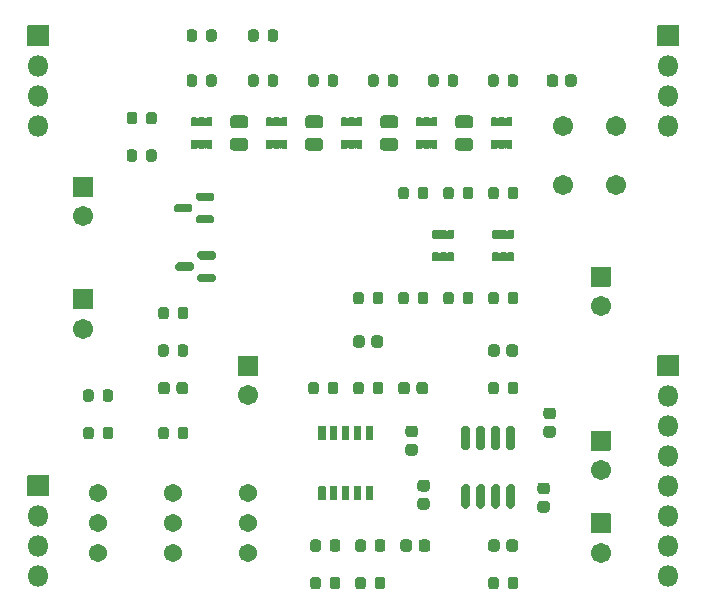
<source format=gts>
G04 #@! TF.GenerationSoftware,KiCad,Pcbnew,6.0.5+dfsg-1~bpo11+1*
G04 #@! TF.CreationDate,2022-08-15T22:36:42+00:00*
G04 #@! TF.ProjectId,minimoog_LPF,6d696e69-6d6f-46f6-975f-4c50462e6b69,0.1*
G04 #@! TF.SameCoordinates,Original*
G04 #@! TF.FileFunction,Soldermask,Top*
G04 #@! TF.FilePolarity,Negative*
%FSLAX46Y46*%
G04 Gerber Fmt 4.6, Leading zero omitted, Abs format (unit mm)*
G04 Created by KiCad (PCBNEW 6.0.5+dfsg-1~bpo11+1) date 2022-08-15 22:36:42*
%MOMM*%
%LPD*%
G01*
G04 APERTURE LIST*
%ADD10C,1.702000*%
%ADD11C,1.542000*%
%ADD12O,1.802000X1.802000*%
G04 APERTURE END LIST*
G36*
G01*
X139535000Y-103289000D02*
X141135000Y-103289000D01*
G75*
G02*
X141186000Y-103340000I0J-51000D01*
G01*
X141186000Y-104940000D01*
G75*
G02*
X141135000Y-104991000I-51000J0D01*
G01*
X139535000Y-104991000D01*
G75*
G02*
X139484000Y-104940000I0J51000D01*
G01*
X139484000Y-103340000D01*
G75*
G02*
X139535000Y-103289000I51000J0D01*
G01*
G37*
D10*
X140335000Y-106640000D03*
G36*
G01*
X165612000Y-107690000D02*
X166112000Y-107690000D01*
G75*
G02*
X166388000Y-107966000I0J-276000D01*
G01*
X166388000Y-108416000D01*
G75*
G02*
X166112000Y-108692000I-276000J0D01*
G01*
X165612000Y-108692000D01*
G75*
G02*
X165336000Y-108416000I0J276000D01*
G01*
X165336000Y-107966000D01*
G75*
G02*
X165612000Y-107690000I276000J0D01*
G01*
G37*
G36*
G01*
X165612000Y-109240000D02*
X166112000Y-109240000D01*
G75*
G02*
X166388000Y-109516000I0J-276000D01*
G01*
X166388000Y-109966000D01*
G75*
G02*
X166112000Y-110242000I-276000J0D01*
G01*
X165612000Y-110242000D01*
G75*
G02*
X165336000Y-109966000I0J276000D01*
G01*
X165336000Y-109516000D01*
G75*
G02*
X165612000Y-109240000I276000J0D01*
G01*
G37*
G36*
G01*
X163201000Y-119130000D02*
X163201000Y-119630000D01*
G75*
G02*
X162925000Y-119906000I-276000J0D01*
G01*
X162475000Y-119906000D01*
G75*
G02*
X162199000Y-119630000I0J276000D01*
G01*
X162199000Y-119130000D01*
G75*
G02*
X162475000Y-118854000I276000J0D01*
G01*
X162925000Y-118854000D01*
G75*
G02*
X163201000Y-119130000I0J-276000D01*
G01*
G37*
G36*
G01*
X161651000Y-119130000D02*
X161651000Y-119630000D01*
G75*
G02*
X161375000Y-119906000I-276000J0D01*
G01*
X160925000Y-119906000D01*
G75*
G02*
X160649000Y-119630000I0J276000D01*
G01*
X160649000Y-119130000D01*
G75*
G02*
X160925000Y-118854000I276000J0D01*
G01*
X161375000Y-118854000D01*
G75*
G02*
X161651000Y-119130000I0J-276000D01*
G01*
G37*
G36*
G01*
X126359000Y-106955000D02*
X126359000Y-106405000D01*
G75*
G02*
X126610000Y-106154000I251000J0D01*
G01*
X127010000Y-106154000D01*
G75*
G02*
X127261000Y-106405000I0J-251000D01*
G01*
X127261000Y-106955000D01*
G75*
G02*
X127010000Y-107206000I-251000J0D01*
G01*
X126610000Y-107206000D01*
G75*
G02*
X126359000Y-106955000I0J251000D01*
G01*
G37*
G36*
G01*
X128009000Y-106955000D02*
X128009000Y-106405000D01*
G75*
G02*
X128260000Y-106154000I251000J0D01*
G01*
X128660000Y-106154000D01*
G75*
G02*
X128911000Y-106405000I0J-251000D01*
G01*
X128911000Y-106955000D01*
G75*
G02*
X128660000Y-107206000I-251000J0D01*
G01*
X128260000Y-107206000D01*
G75*
G02*
X128009000Y-106955000I0J251000D01*
G01*
G37*
G36*
G01*
X157295000Y-92654000D02*
X157695000Y-92654000D01*
G75*
G02*
X157746000Y-92705000I0J-51000D01*
G01*
X157746000Y-93355000D01*
G75*
G02*
X157695000Y-93406000I-51000J0D01*
G01*
X157295000Y-93406000D01*
G75*
G02*
X157244000Y-93355000I0J51000D01*
G01*
X157244000Y-92705000D01*
G75*
G02*
X157295000Y-92654000I51000J0D01*
G01*
G37*
G36*
G01*
X156645000Y-92654000D02*
X157045000Y-92654000D01*
G75*
G02*
X157096000Y-92705000I0J-51000D01*
G01*
X157096000Y-93355000D01*
G75*
G02*
X157045000Y-93406000I-51000J0D01*
G01*
X156645000Y-93406000D01*
G75*
G02*
X156594000Y-93355000I0J51000D01*
G01*
X156594000Y-92705000D01*
G75*
G02*
X156645000Y-92654000I51000J0D01*
G01*
G37*
G36*
G01*
X155995000Y-92654000D02*
X156395000Y-92654000D01*
G75*
G02*
X156446000Y-92705000I0J-51000D01*
G01*
X156446000Y-93355000D01*
G75*
G02*
X156395000Y-93406000I-51000J0D01*
G01*
X155995000Y-93406000D01*
G75*
G02*
X155944000Y-93355000I0J51000D01*
G01*
X155944000Y-92705000D01*
G75*
G02*
X155995000Y-92654000I51000J0D01*
G01*
G37*
G36*
G01*
X155995000Y-94554000D02*
X156395000Y-94554000D01*
G75*
G02*
X156446000Y-94605000I0J-51000D01*
G01*
X156446000Y-95255000D01*
G75*
G02*
X156395000Y-95306000I-51000J0D01*
G01*
X155995000Y-95306000D01*
G75*
G02*
X155944000Y-95255000I0J51000D01*
G01*
X155944000Y-94605000D01*
G75*
G02*
X155995000Y-94554000I51000J0D01*
G01*
G37*
G36*
G01*
X156645000Y-94554000D02*
X157045000Y-94554000D01*
G75*
G02*
X157096000Y-94605000I0J-51000D01*
G01*
X157096000Y-95255000D01*
G75*
G02*
X157045000Y-95306000I-51000J0D01*
G01*
X156645000Y-95306000D01*
G75*
G02*
X156594000Y-95255000I0J51000D01*
G01*
X156594000Y-94605000D01*
G75*
G02*
X156645000Y-94554000I51000J0D01*
G01*
G37*
G36*
G01*
X157295000Y-94554000D02*
X157695000Y-94554000D01*
G75*
G02*
X157746000Y-94605000I0J-51000D01*
G01*
X157746000Y-95255000D01*
G75*
G02*
X157695000Y-95306000I-51000J0D01*
G01*
X157295000Y-95306000D01*
G75*
G02*
X157244000Y-95255000I0J51000D01*
G01*
X157244000Y-94605000D01*
G75*
G02*
X157295000Y-94554000I51000J0D01*
G01*
G37*
G36*
G01*
X169380000Y-95756621D02*
X170980000Y-95756621D01*
G75*
G02*
X171031000Y-95807621I0J-51000D01*
G01*
X171031000Y-97407621D01*
G75*
G02*
X170980000Y-97458621I-51000J0D01*
G01*
X169380000Y-97458621D01*
G75*
G02*
X169329000Y-97407621I0J51000D01*
G01*
X169329000Y-95807621D01*
G75*
G02*
X169380000Y-95756621I51000J0D01*
G01*
G37*
X170180000Y-99107621D03*
G36*
G01*
X142881000Y-79735000D02*
X142881000Y-80285000D01*
G75*
G02*
X142630000Y-80536000I-251000J0D01*
G01*
X142230000Y-80536000D01*
G75*
G02*
X141979000Y-80285000I0J251000D01*
G01*
X141979000Y-79735000D01*
G75*
G02*
X142230000Y-79484000I251000J0D01*
G01*
X142630000Y-79484000D01*
G75*
G02*
X142881000Y-79735000I0J-251000D01*
G01*
G37*
G36*
G01*
X141231000Y-79735000D02*
X141231000Y-80285000D01*
G75*
G02*
X140980000Y-80536000I-251000J0D01*
G01*
X140580000Y-80536000D01*
G75*
G02*
X140329000Y-80285000I0J251000D01*
G01*
X140329000Y-79735000D01*
G75*
G02*
X140580000Y-79484000I251000J0D01*
G01*
X140980000Y-79484000D01*
G75*
G02*
X141231000Y-79735000I0J-251000D01*
G01*
G37*
G36*
G01*
X162410000Y-109244000D02*
X162710000Y-109244000D01*
G75*
G02*
X162911000Y-109445000I0J-201000D01*
G01*
X162911000Y-111095000D01*
G75*
G02*
X162710000Y-111296000I-201000J0D01*
G01*
X162410000Y-111296000D01*
G75*
G02*
X162209000Y-111095000I0J201000D01*
G01*
X162209000Y-109445000D01*
G75*
G02*
X162410000Y-109244000I201000J0D01*
G01*
G37*
G36*
G01*
X161140000Y-109244000D02*
X161440000Y-109244000D01*
G75*
G02*
X161641000Y-109445000I0J-201000D01*
G01*
X161641000Y-111095000D01*
G75*
G02*
X161440000Y-111296000I-201000J0D01*
G01*
X161140000Y-111296000D01*
G75*
G02*
X160939000Y-111095000I0J201000D01*
G01*
X160939000Y-109445000D01*
G75*
G02*
X161140000Y-109244000I201000J0D01*
G01*
G37*
G36*
G01*
X159870000Y-109244000D02*
X160170000Y-109244000D01*
G75*
G02*
X160371000Y-109445000I0J-201000D01*
G01*
X160371000Y-111095000D01*
G75*
G02*
X160170000Y-111296000I-201000J0D01*
G01*
X159870000Y-111296000D01*
G75*
G02*
X159669000Y-111095000I0J201000D01*
G01*
X159669000Y-109445000D01*
G75*
G02*
X159870000Y-109244000I201000J0D01*
G01*
G37*
G36*
G01*
X158600000Y-109244000D02*
X158900000Y-109244000D01*
G75*
G02*
X159101000Y-109445000I0J-201000D01*
G01*
X159101000Y-111095000D01*
G75*
G02*
X158900000Y-111296000I-201000J0D01*
G01*
X158600000Y-111296000D01*
G75*
G02*
X158399000Y-111095000I0J201000D01*
G01*
X158399000Y-109445000D01*
G75*
G02*
X158600000Y-109244000I201000J0D01*
G01*
G37*
G36*
G01*
X158600000Y-114194000D02*
X158900000Y-114194000D01*
G75*
G02*
X159101000Y-114395000I0J-201000D01*
G01*
X159101000Y-116045000D01*
G75*
G02*
X158900000Y-116246000I-201000J0D01*
G01*
X158600000Y-116246000D01*
G75*
G02*
X158399000Y-116045000I0J201000D01*
G01*
X158399000Y-114395000D01*
G75*
G02*
X158600000Y-114194000I201000J0D01*
G01*
G37*
G36*
G01*
X159870000Y-114194000D02*
X160170000Y-114194000D01*
G75*
G02*
X160371000Y-114395000I0J-201000D01*
G01*
X160371000Y-116045000D01*
G75*
G02*
X160170000Y-116246000I-201000J0D01*
G01*
X159870000Y-116246000D01*
G75*
G02*
X159669000Y-116045000I0J201000D01*
G01*
X159669000Y-114395000D01*
G75*
G02*
X159870000Y-114194000I201000J0D01*
G01*
G37*
G36*
G01*
X161140000Y-114194000D02*
X161440000Y-114194000D01*
G75*
G02*
X161641000Y-114395000I0J-201000D01*
G01*
X161641000Y-116045000D01*
G75*
G02*
X161440000Y-116246000I-201000J0D01*
G01*
X161140000Y-116246000D01*
G75*
G02*
X160939000Y-116045000I0J201000D01*
G01*
X160939000Y-114395000D01*
G75*
G02*
X161140000Y-114194000I201000J0D01*
G01*
G37*
G36*
G01*
X162410000Y-114194000D02*
X162710000Y-114194000D01*
G75*
G02*
X162911000Y-114395000I0J-201000D01*
G01*
X162911000Y-116045000D01*
G75*
G02*
X162710000Y-116246000I-201000J0D01*
G01*
X162410000Y-116246000D01*
G75*
G02*
X162209000Y-116045000I0J201000D01*
G01*
X162209000Y-114395000D01*
G75*
G02*
X162410000Y-114194000I201000J0D01*
G01*
G37*
G36*
G01*
X149548000Y-83129000D02*
X149948000Y-83129000D01*
G75*
G02*
X149999000Y-83180000I0J-51000D01*
G01*
X149999000Y-83830000D01*
G75*
G02*
X149948000Y-83881000I-51000J0D01*
G01*
X149548000Y-83881000D01*
G75*
G02*
X149497000Y-83830000I0J51000D01*
G01*
X149497000Y-83180000D01*
G75*
G02*
X149548000Y-83129000I51000J0D01*
G01*
G37*
G36*
G01*
X148898000Y-83129000D02*
X149298000Y-83129000D01*
G75*
G02*
X149349000Y-83180000I0J-51000D01*
G01*
X149349000Y-83830000D01*
G75*
G02*
X149298000Y-83881000I-51000J0D01*
G01*
X148898000Y-83881000D01*
G75*
G02*
X148847000Y-83830000I0J51000D01*
G01*
X148847000Y-83180000D01*
G75*
G02*
X148898000Y-83129000I51000J0D01*
G01*
G37*
G36*
G01*
X148248000Y-83129000D02*
X148648000Y-83129000D01*
G75*
G02*
X148699000Y-83180000I0J-51000D01*
G01*
X148699000Y-83830000D01*
G75*
G02*
X148648000Y-83881000I-51000J0D01*
G01*
X148248000Y-83881000D01*
G75*
G02*
X148197000Y-83830000I0J51000D01*
G01*
X148197000Y-83180000D01*
G75*
G02*
X148248000Y-83129000I51000J0D01*
G01*
G37*
G36*
G01*
X148248000Y-85029000D02*
X148648000Y-85029000D01*
G75*
G02*
X148699000Y-85080000I0J-51000D01*
G01*
X148699000Y-85730000D01*
G75*
G02*
X148648000Y-85781000I-51000J0D01*
G01*
X148248000Y-85781000D01*
G75*
G02*
X148197000Y-85730000I0J51000D01*
G01*
X148197000Y-85080000D01*
G75*
G02*
X148248000Y-85029000I51000J0D01*
G01*
G37*
G36*
G01*
X148898000Y-85029000D02*
X149298000Y-85029000D01*
G75*
G02*
X149349000Y-85080000I0J-51000D01*
G01*
X149349000Y-85730000D01*
G75*
G02*
X149298000Y-85781000I-51000J0D01*
G01*
X148898000Y-85781000D01*
G75*
G02*
X148847000Y-85730000I0J51000D01*
G01*
X148847000Y-85080000D01*
G75*
G02*
X148898000Y-85029000I51000J0D01*
G01*
G37*
G36*
G01*
X149548000Y-85029000D02*
X149948000Y-85029000D01*
G75*
G02*
X149999000Y-85080000I0J-51000D01*
G01*
X149999000Y-85730000D01*
G75*
G02*
X149948000Y-85781000I-51000J0D01*
G01*
X149548000Y-85781000D01*
G75*
G02*
X149497000Y-85730000I0J51000D01*
G01*
X149497000Y-85080000D01*
G75*
G02*
X149548000Y-85029000I51000J0D01*
G01*
G37*
G36*
G01*
X125565000Y-97661621D02*
X127165000Y-97661621D01*
G75*
G02*
X127216000Y-97712621I0J-51000D01*
G01*
X127216000Y-99312621D01*
G75*
G02*
X127165000Y-99363621I-51000J0D01*
G01*
X125565000Y-99363621D01*
G75*
G02*
X125514000Y-99312621I0J51000D01*
G01*
X125514000Y-97712621D01*
G75*
G02*
X125565000Y-97661621I51000J0D01*
G01*
G37*
X126365000Y-101012621D03*
G36*
G01*
X165104000Y-114040000D02*
X165604000Y-114040000D01*
G75*
G02*
X165880000Y-114316000I0J-276000D01*
G01*
X165880000Y-114766000D01*
G75*
G02*
X165604000Y-115042000I-276000J0D01*
G01*
X165104000Y-115042000D01*
G75*
G02*
X164828000Y-114766000I0J276000D01*
G01*
X164828000Y-114316000D01*
G75*
G02*
X165104000Y-114040000I276000J0D01*
G01*
G37*
G36*
G01*
X165104000Y-115590000D02*
X165604000Y-115590000D01*
G75*
G02*
X165880000Y-115866000I0J-276000D01*
G01*
X165880000Y-116316000D01*
G75*
G02*
X165604000Y-116592000I-276000J0D01*
G01*
X165104000Y-116592000D01*
G75*
G02*
X164828000Y-116316000I0J276000D01*
G01*
X164828000Y-115866000D01*
G75*
G02*
X165104000Y-115590000I276000J0D01*
G01*
G37*
G36*
G01*
X159391000Y-89260000D02*
X159391000Y-89810000D01*
G75*
G02*
X159140000Y-90061000I-251000J0D01*
G01*
X158740000Y-90061000D01*
G75*
G02*
X158489000Y-89810000I0J251000D01*
G01*
X158489000Y-89260000D01*
G75*
G02*
X158740000Y-89009000I251000J0D01*
G01*
X159140000Y-89009000D01*
G75*
G02*
X159391000Y-89260000I0J-251000D01*
G01*
G37*
G36*
G01*
X157741000Y-89260000D02*
X157741000Y-89810000D01*
G75*
G02*
X157490000Y-90061000I-251000J0D01*
G01*
X157090000Y-90061000D01*
G75*
G02*
X156839000Y-89810000I0J251000D01*
G01*
X156839000Y-89260000D01*
G75*
G02*
X157090000Y-89009000I251000J0D01*
G01*
X157490000Y-89009000D01*
G75*
G02*
X157741000Y-89260000I0J-251000D01*
G01*
G37*
D11*
X127635000Y-120015000D03*
X127635000Y-117475000D03*
X127635000Y-114935000D03*
G36*
G01*
X132709000Y-103145000D02*
X132709000Y-102595000D01*
G75*
G02*
X132960000Y-102344000I251000J0D01*
G01*
X133360000Y-102344000D01*
G75*
G02*
X133611000Y-102595000I0J-251000D01*
G01*
X133611000Y-103145000D01*
G75*
G02*
X133360000Y-103396000I-251000J0D01*
G01*
X132960000Y-103396000D01*
G75*
G02*
X132709000Y-103145000I0J251000D01*
G01*
G37*
G36*
G01*
X134359000Y-103145000D02*
X134359000Y-102595000D01*
G75*
G02*
X134610000Y-102344000I251000J0D01*
G01*
X135010000Y-102344000D01*
G75*
G02*
X135261000Y-102595000I0J-251000D01*
G01*
X135261000Y-103145000D01*
G75*
G02*
X135010000Y-103396000I-251000J0D01*
G01*
X134610000Y-103396000D01*
G75*
G02*
X134359000Y-103145000I0J251000D01*
G01*
G37*
G36*
G01*
X153928000Y-109214000D02*
X154428000Y-109214000D01*
G75*
G02*
X154704000Y-109490000I0J-276000D01*
G01*
X154704000Y-109940000D01*
G75*
G02*
X154428000Y-110216000I-276000J0D01*
G01*
X153928000Y-110216000D01*
G75*
G02*
X153652000Y-109940000I0J276000D01*
G01*
X153652000Y-109490000D01*
G75*
G02*
X153928000Y-109214000I276000J0D01*
G01*
G37*
G36*
G01*
X153928000Y-110764000D02*
X154428000Y-110764000D01*
G75*
G02*
X154704000Y-111040000I0J-276000D01*
G01*
X154704000Y-111490000D01*
G75*
G02*
X154428000Y-111766000I-276000J0D01*
G01*
X153928000Y-111766000D01*
G75*
G02*
X153652000Y-111490000I0J276000D01*
G01*
X153652000Y-111040000D01*
G75*
G02*
X153928000Y-110764000I276000J0D01*
G01*
G37*
G36*
G01*
X159391000Y-98150000D02*
X159391000Y-98700000D01*
G75*
G02*
X159140000Y-98951000I-251000J0D01*
G01*
X158740000Y-98951000D01*
G75*
G02*
X158489000Y-98700000I0J251000D01*
G01*
X158489000Y-98150000D01*
G75*
G02*
X158740000Y-97899000I251000J0D01*
G01*
X159140000Y-97899000D01*
G75*
G02*
X159391000Y-98150000I0J-251000D01*
G01*
G37*
G36*
G01*
X157741000Y-98150000D02*
X157741000Y-98700000D01*
G75*
G02*
X157490000Y-98951000I-251000J0D01*
G01*
X157090000Y-98951000D01*
G75*
G02*
X156839000Y-98700000I0J251000D01*
G01*
X156839000Y-98150000D01*
G75*
G02*
X157090000Y-97899000I251000J0D01*
G01*
X157490000Y-97899000D01*
G75*
G02*
X157741000Y-98150000I0J-251000D01*
G01*
G37*
D10*
X171450000Y-83860000D03*
X171450000Y-88860000D03*
G36*
G01*
X125565000Y-88136621D02*
X127165000Y-88136621D01*
G75*
G02*
X127216000Y-88187621I0J-51000D01*
G01*
X127216000Y-89787621D01*
G75*
G02*
X127165000Y-89838621I-51000J0D01*
G01*
X125565000Y-89838621D01*
G75*
G02*
X125514000Y-89787621I0J51000D01*
G01*
X125514000Y-88187621D01*
G75*
G02*
X125565000Y-88136621I51000J0D01*
G01*
G37*
X126365000Y-91487621D03*
G36*
G01*
X153029000Y-106295000D02*
X153029000Y-105795000D01*
G75*
G02*
X153305000Y-105519000I276000J0D01*
G01*
X153755000Y-105519000D01*
G75*
G02*
X154031000Y-105795000I0J-276000D01*
G01*
X154031000Y-106295000D01*
G75*
G02*
X153755000Y-106571000I-276000J0D01*
G01*
X153305000Y-106571000D01*
G75*
G02*
X153029000Y-106295000I0J276000D01*
G01*
G37*
G36*
G01*
X154579000Y-106295000D02*
X154579000Y-105795000D01*
G75*
G02*
X154855000Y-105519000I276000J0D01*
G01*
X155305000Y-105519000D01*
G75*
G02*
X155581000Y-105795000I0J-276000D01*
G01*
X155581000Y-106295000D01*
G75*
G02*
X155305000Y-106571000I-276000J0D01*
G01*
X154855000Y-106571000D01*
G75*
G02*
X154579000Y-106295000I0J276000D01*
G01*
G37*
G36*
G01*
X163201000Y-98150000D02*
X163201000Y-98700000D01*
G75*
G02*
X162950000Y-98951000I-251000J0D01*
G01*
X162550000Y-98951000D01*
G75*
G02*
X162299000Y-98700000I0J251000D01*
G01*
X162299000Y-98150000D01*
G75*
G02*
X162550000Y-97899000I251000J0D01*
G01*
X162950000Y-97899000D01*
G75*
G02*
X163201000Y-98150000I0J-251000D01*
G01*
G37*
G36*
G01*
X161551000Y-98150000D02*
X161551000Y-98700000D01*
G75*
G02*
X161300000Y-98951000I-251000J0D01*
G01*
X160900000Y-98951000D01*
G75*
G02*
X160649000Y-98700000I0J251000D01*
G01*
X160649000Y-98150000D01*
G75*
G02*
X160900000Y-97899000I251000J0D01*
G01*
X161300000Y-97899000D01*
G75*
G02*
X161551000Y-98150000I0J-251000D01*
G01*
G37*
G36*
G01*
X143198000Y-83129000D02*
X143598000Y-83129000D01*
G75*
G02*
X143649000Y-83180000I0J-51000D01*
G01*
X143649000Y-83830000D01*
G75*
G02*
X143598000Y-83881000I-51000J0D01*
G01*
X143198000Y-83881000D01*
G75*
G02*
X143147000Y-83830000I0J51000D01*
G01*
X143147000Y-83180000D01*
G75*
G02*
X143198000Y-83129000I51000J0D01*
G01*
G37*
G36*
G01*
X142548000Y-83129000D02*
X142948000Y-83129000D01*
G75*
G02*
X142999000Y-83180000I0J-51000D01*
G01*
X142999000Y-83830000D01*
G75*
G02*
X142948000Y-83881000I-51000J0D01*
G01*
X142548000Y-83881000D01*
G75*
G02*
X142497000Y-83830000I0J51000D01*
G01*
X142497000Y-83180000D01*
G75*
G02*
X142548000Y-83129000I51000J0D01*
G01*
G37*
G36*
G01*
X141898000Y-83129000D02*
X142298000Y-83129000D01*
G75*
G02*
X142349000Y-83180000I0J-51000D01*
G01*
X142349000Y-83830000D01*
G75*
G02*
X142298000Y-83881000I-51000J0D01*
G01*
X141898000Y-83881000D01*
G75*
G02*
X141847000Y-83830000I0J51000D01*
G01*
X141847000Y-83180000D01*
G75*
G02*
X141898000Y-83129000I51000J0D01*
G01*
G37*
G36*
G01*
X141898000Y-85029000D02*
X142298000Y-85029000D01*
G75*
G02*
X142349000Y-85080000I0J-51000D01*
G01*
X142349000Y-85730000D01*
G75*
G02*
X142298000Y-85781000I-51000J0D01*
G01*
X141898000Y-85781000D01*
G75*
G02*
X141847000Y-85730000I0J51000D01*
G01*
X141847000Y-85080000D01*
G75*
G02*
X141898000Y-85029000I51000J0D01*
G01*
G37*
G36*
G01*
X142548000Y-85029000D02*
X142948000Y-85029000D01*
G75*
G02*
X142999000Y-85080000I0J-51000D01*
G01*
X142999000Y-85730000D01*
G75*
G02*
X142948000Y-85781000I-51000J0D01*
G01*
X142548000Y-85781000D01*
G75*
G02*
X142497000Y-85730000I0J51000D01*
G01*
X142497000Y-85080000D01*
G75*
G02*
X142548000Y-85029000I51000J0D01*
G01*
G37*
G36*
G01*
X143198000Y-85029000D02*
X143598000Y-85029000D01*
G75*
G02*
X143649000Y-85080000I0J-51000D01*
G01*
X143649000Y-85730000D01*
G75*
G02*
X143598000Y-85781000I-51000J0D01*
G01*
X143198000Y-85781000D01*
G75*
G02*
X143147000Y-85730000I0J51000D01*
G01*
X143147000Y-85080000D01*
G75*
G02*
X143198000Y-85029000I51000J0D01*
G01*
G37*
G36*
G01*
X163201000Y-89260000D02*
X163201000Y-89810000D01*
G75*
G02*
X162950000Y-90061000I-251000J0D01*
G01*
X162550000Y-90061000D01*
G75*
G02*
X162299000Y-89810000I0J251000D01*
G01*
X162299000Y-89260000D01*
G75*
G02*
X162550000Y-89009000I251000J0D01*
G01*
X162950000Y-89009000D01*
G75*
G02*
X163201000Y-89260000I0J-251000D01*
G01*
G37*
G36*
G01*
X161551000Y-89260000D02*
X161551000Y-89810000D01*
G75*
G02*
X161300000Y-90061000I-251000J0D01*
G01*
X160900000Y-90061000D01*
G75*
G02*
X160649000Y-89810000I0J251000D01*
G01*
X160649000Y-89260000D01*
G75*
G02*
X160900000Y-89009000I251000J0D01*
G01*
X161300000Y-89009000D01*
G75*
G02*
X161551000Y-89260000I0J-251000D01*
G01*
G37*
G36*
G01*
X158148000Y-82954000D02*
X159098000Y-82954000D01*
G75*
G02*
X159399000Y-83255000I0J-301000D01*
G01*
X159399000Y-83755000D01*
G75*
G02*
X159098000Y-84056000I-301000J0D01*
G01*
X158148000Y-84056000D01*
G75*
G02*
X157847000Y-83755000I0J301000D01*
G01*
X157847000Y-83255000D01*
G75*
G02*
X158148000Y-82954000I301000J0D01*
G01*
G37*
G36*
G01*
X158148000Y-84854000D02*
X159098000Y-84854000D01*
G75*
G02*
X159399000Y-85155000I0J-301000D01*
G01*
X159399000Y-85655000D01*
G75*
G02*
X159098000Y-85956000I-301000J0D01*
G01*
X158148000Y-85956000D01*
G75*
G02*
X157847000Y-85655000I0J301000D01*
G01*
X157847000Y-85155000D01*
G75*
G02*
X158148000Y-84854000I301000J0D01*
G01*
G37*
G36*
G01*
X160649000Y-122830000D02*
X160649000Y-122280000D01*
G75*
G02*
X160900000Y-122029000I251000J0D01*
G01*
X161300000Y-122029000D01*
G75*
G02*
X161551000Y-122280000I0J-251000D01*
G01*
X161551000Y-122830000D01*
G75*
G02*
X161300000Y-123081000I-251000J0D01*
G01*
X160900000Y-123081000D01*
G75*
G02*
X160649000Y-122830000I0J251000D01*
G01*
G37*
G36*
G01*
X162299000Y-122830000D02*
X162299000Y-122280000D01*
G75*
G02*
X162550000Y-122029000I251000J0D01*
G01*
X162950000Y-122029000D01*
G75*
G02*
X163201000Y-122280000I0J-251000D01*
G01*
X163201000Y-122830000D01*
G75*
G02*
X162950000Y-123081000I-251000J0D01*
G01*
X162550000Y-123081000D01*
G75*
G02*
X162299000Y-122830000I0J251000D01*
G01*
G37*
G36*
G01*
X135122000Y-80285000D02*
X135122000Y-79735000D01*
G75*
G02*
X135373000Y-79484000I251000J0D01*
G01*
X135773000Y-79484000D01*
G75*
G02*
X136024000Y-79735000I0J-251000D01*
G01*
X136024000Y-80285000D01*
G75*
G02*
X135773000Y-80536000I-251000J0D01*
G01*
X135373000Y-80536000D01*
G75*
G02*
X135122000Y-80285000I0J251000D01*
G01*
G37*
G36*
G01*
X136772000Y-80285000D02*
X136772000Y-79735000D01*
G75*
G02*
X137023000Y-79484000I251000J0D01*
G01*
X137423000Y-79484000D01*
G75*
G02*
X137674000Y-79735000I0J-251000D01*
G01*
X137674000Y-80285000D01*
G75*
G02*
X137423000Y-80536000I-251000J0D01*
G01*
X137023000Y-80536000D01*
G75*
G02*
X136772000Y-80285000I0J251000D01*
G01*
G37*
G36*
G01*
X137616000Y-96558000D02*
X137616000Y-96858000D01*
G75*
G02*
X137415000Y-97059000I-201000J0D01*
G01*
X136240000Y-97059000D01*
G75*
G02*
X136039000Y-96858000I0J201000D01*
G01*
X136039000Y-96558000D01*
G75*
G02*
X136240000Y-96357000I201000J0D01*
G01*
X137415000Y-96357000D01*
G75*
G02*
X137616000Y-96558000I0J-201000D01*
G01*
G37*
G36*
G01*
X137616000Y-94658000D02*
X137616000Y-94958000D01*
G75*
G02*
X137415000Y-95159000I-201000J0D01*
G01*
X136240000Y-95159000D01*
G75*
G02*
X136039000Y-94958000I0J201000D01*
G01*
X136039000Y-94658000D01*
G75*
G02*
X136240000Y-94457000I201000J0D01*
G01*
X137415000Y-94457000D01*
G75*
G02*
X137616000Y-94658000I0J-201000D01*
G01*
G37*
G36*
G01*
X135741000Y-95608000D02*
X135741000Y-95908000D01*
G75*
G02*
X135540000Y-96109000I-201000J0D01*
G01*
X134365000Y-96109000D01*
G75*
G02*
X134164000Y-95908000I0J201000D01*
G01*
X134164000Y-95608000D01*
G75*
G02*
X134365000Y-95407000I201000J0D01*
G01*
X135540000Y-95407000D01*
G75*
G02*
X135741000Y-95608000I0J-201000D01*
G01*
G37*
G36*
G01*
X147961000Y-105770000D02*
X147961000Y-106320000D01*
G75*
G02*
X147710000Y-106571000I-251000J0D01*
G01*
X147310000Y-106571000D01*
G75*
G02*
X147059000Y-106320000I0J251000D01*
G01*
X147059000Y-105770000D01*
G75*
G02*
X147310000Y-105519000I251000J0D01*
G01*
X147710000Y-105519000D01*
G75*
G02*
X147961000Y-105770000I0J-251000D01*
G01*
G37*
G36*
G01*
X146311000Y-105770000D02*
X146311000Y-106320000D01*
G75*
G02*
X146060000Y-106571000I-251000J0D01*
G01*
X145660000Y-106571000D01*
G75*
G02*
X145409000Y-106320000I0J251000D01*
G01*
X145409000Y-105770000D01*
G75*
G02*
X145660000Y-105519000I251000J0D01*
G01*
X146060000Y-105519000D01*
G75*
G02*
X146311000Y-105770000I0J-251000D01*
G01*
G37*
G36*
G01*
X154944000Y-113799000D02*
X155444000Y-113799000D01*
G75*
G02*
X155720000Y-114075000I0J-276000D01*
G01*
X155720000Y-114525000D01*
G75*
G02*
X155444000Y-114801000I-276000J0D01*
G01*
X154944000Y-114801000D01*
G75*
G02*
X154668000Y-114525000I0J276000D01*
G01*
X154668000Y-114075000D01*
G75*
G02*
X154944000Y-113799000I276000J0D01*
G01*
G37*
G36*
G01*
X154944000Y-115349000D02*
X155444000Y-115349000D01*
G75*
G02*
X155720000Y-115625000I0J-276000D01*
G01*
X155720000Y-116075000D01*
G75*
G02*
X155444000Y-116351000I-276000J0D01*
G01*
X154944000Y-116351000D01*
G75*
G02*
X154668000Y-116075000I0J276000D01*
G01*
X154668000Y-115625000D01*
G75*
G02*
X154944000Y-115349000I276000J0D01*
G01*
G37*
G36*
G01*
X169380000Y-116624000D02*
X170980000Y-116624000D01*
G75*
G02*
X171031000Y-116675000I0J-51000D01*
G01*
X171031000Y-118275000D01*
G75*
G02*
X170980000Y-118326000I-51000J0D01*
G01*
X169380000Y-118326000D01*
G75*
G02*
X169329000Y-118275000I0J51000D01*
G01*
X169329000Y-116675000D01*
G75*
G02*
X169380000Y-116624000I51000J0D01*
G01*
G37*
X170180000Y-119975000D03*
G36*
G01*
X169380000Y-109639000D02*
X170980000Y-109639000D01*
G75*
G02*
X171031000Y-109690000I0J-51000D01*
G01*
X171031000Y-111290000D01*
G75*
G02*
X170980000Y-111341000I-51000J0D01*
G01*
X169380000Y-111341000D01*
G75*
G02*
X169329000Y-111290000I0J51000D01*
G01*
X169329000Y-109690000D01*
G75*
G02*
X169380000Y-109639000I51000J0D01*
G01*
G37*
X170180000Y-112990000D03*
G36*
G01*
X128911000Y-109580000D02*
X128911000Y-110130000D01*
G75*
G02*
X128660000Y-110381000I-251000J0D01*
G01*
X128260000Y-110381000D01*
G75*
G02*
X128009000Y-110130000I0J251000D01*
G01*
X128009000Y-109580000D01*
G75*
G02*
X128260000Y-109329000I251000J0D01*
G01*
X128660000Y-109329000D01*
G75*
G02*
X128911000Y-109580000I0J-251000D01*
G01*
G37*
G36*
G01*
X127261000Y-109580000D02*
X127261000Y-110130000D01*
G75*
G02*
X127010000Y-110381000I-251000J0D01*
G01*
X126610000Y-110381000D01*
G75*
G02*
X126359000Y-110130000I0J251000D01*
G01*
X126359000Y-109580000D01*
G75*
G02*
X126610000Y-109329000I251000J0D01*
G01*
X127010000Y-109329000D01*
G75*
G02*
X127261000Y-109580000I0J-251000D01*
G01*
G37*
G36*
G01*
X162248000Y-83129000D02*
X162648000Y-83129000D01*
G75*
G02*
X162699000Y-83180000I0J-51000D01*
G01*
X162699000Y-83830000D01*
G75*
G02*
X162648000Y-83881000I-51000J0D01*
G01*
X162248000Y-83881000D01*
G75*
G02*
X162197000Y-83830000I0J51000D01*
G01*
X162197000Y-83180000D01*
G75*
G02*
X162248000Y-83129000I51000J0D01*
G01*
G37*
G36*
G01*
X161598000Y-83129000D02*
X161998000Y-83129000D01*
G75*
G02*
X162049000Y-83180000I0J-51000D01*
G01*
X162049000Y-83830000D01*
G75*
G02*
X161998000Y-83881000I-51000J0D01*
G01*
X161598000Y-83881000D01*
G75*
G02*
X161547000Y-83830000I0J51000D01*
G01*
X161547000Y-83180000D01*
G75*
G02*
X161598000Y-83129000I51000J0D01*
G01*
G37*
G36*
G01*
X160948000Y-83129000D02*
X161348000Y-83129000D01*
G75*
G02*
X161399000Y-83180000I0J-51000D01*
G01*
X161399000Y-83830000D01*
G75*
G02*
X161348000Y-83881000I-51000J0D01*
G01*
X160948000Y-83881000D01*
G75*
G02*
X160897000Y-83830000I0J51000D01*
G01*
X160897000Y-83180000D01*
G75*
G02*
X160948000Y-83129000I51000J0D01*
G01*
G37*
G36*
G01*
X160948000Y-85029000D02*
X161348000Y-85029000D01*
G75*
G02*
X161399000Y-85080000I0J-51000D01*
G01*
X161399000Y-85730000D01*
G75*
G02*
X161348000Y-85781000I-51000J0D01*
G01*
X160948000Y-85781000D01*
G75*
G02*
X160897000Y-85730000I0J51000D01*
G01*
X160897000Y-85080000D01*
G75*
G02*
X160948000Y-85029000I51000J0D01*
G01*
G37*
G36*
G01*
X161598000Y-85029000D02*
X161998000Y-85029000D01*
G75*
G02*
X162049000Y-85080000I0J-51000D01*
G01*
X162049000Y-85730000D01*
G75*
G02*
X161998000Y-85781000I-51000J0D01*
G01*
X161598000Y-85781000D01*
G75*
G02*
X161547000Y-85730000I0J51000D01*
G01*
X161547000Y-85080000D01*
G75*
G02*
X161598000Y-85029000I51000J0D01*
G01*
G37*
G36*
G01*
X162248000Y-85029000D02*
X162648000Y-85029000D01*
G75*
G02*
X162699000Y-85080000I0J-51000D01*
G01*
X162699000Y-85730000D01*
G75*
G02*
X162648000Y-85781000I-51000J0D01*
G01*
X162248000Y-85781000D01*
G75*
G02*
X162197000Y-85730000I0J51000D01*
G01*
X162197000Y-85080000D01*
G75*
G02*
X162248000Y-85029000I51000J0D01*
G01*
G37*
G36*
G01*
X149219000Y-98700000D02*
X149219000Y-98150000D01*
G75*
G02*
X149470000Y-97899000I251000J0D01*
G01*
X149870000Y-97899000D01*
G75*
G02*
X150121000Y-98150000I0J-251000D01*
G01*
X150121000Y-98700000D01*
G75*
G02*
X149870000Y-98951000I-251000J0D01*
G01*
X149470000Y-98951000D01*
G75*
G02*
X149219000Y-98700000I0J251000D01*
G01*
G37*
G36*
G01*
X150869000Y-98700000D02*
X150869000Y-98150000D01*
G75*
G02*
X151120000Y-97899000I251000J0D01*
G01*
X151520000Y-97899000D01*
G75*
G02*
X151771000Y-98150000I0J-251000D01*
G01*
X151771000Y-98700000D01*
G75*
G02*
X151520000Y-98951000I-251000J0D01*
G01*
X151120000Y-98951000D01*
G75*
G02*
X150869000Y-98700000I0J251000D01*
G01*
G37*
G36*
G01*
X140329000Y-76475000D02*
X140329000Y-75925000D01*
G75*
G02*
X140580000Y-75674000I251000J0D01*
G01*
X140980000Y-75674000D01*
G75*
G02*
X141231000Y-75925000I0J-251000D01*
G01*
X141231000Y-76475000D01*
G75*
G02*
X140980000Y-76726000I-251000J0D01*
G01*
X140580000Y-76726000D01*
G75*
G02*
X140329000Y-76475000I0J251000D01*
G01*
G37*
G36*
G01*
X141979000Y-76475000D02*
X141979000Y-75925000D01*
G75*
G02*
X142230000Y-75674000I251000J0D01*
G01*
X142630000Y-75674000D01*
G75*
G02*
X142881000Y-75925000I0J-251000D01*
G01*
X142881000Y-76475000D01*
G75*
G02*
X142630000Y-76726000I-251000J0D01*
G01*
X142230000Y-76726000D01*
G75*
G02*
X141979000Y-76475000I0J251000D01*
G01*
G37*
D11*
X133985000Y-120015000D03*
X133985000Y-117475000D03*
X133985000Y-114935000D03*
G36*
G01*
X152748000Y-85956000D02*
X151798000Y-85956000D01*
G75*
G02*
X151497000Y-85655000I0J301000D01*
G01*
X151497000Y-85155000D01*
G75*
G02*
X151798000Y-84854000I301000J0D01*
G01*
X152748000Y-84854000D01*
G75*
G02*
X153049000Y-85155000I0J-301000D01*
G01*
X153049000Y-85655000D01*
G75*
G02*
X152748000Y-85956000I-301000J0D01*
G01*
G37*
G36*
G01*
X152748000Y-84056000D02*
X151798000Y-84056000D01*
G75*
G02*
X151497000Y-83755000I0J301000D01*
G01*
X151497000Y-83255000D01*
G75*
G02*
X151798000Y-82954000I301000J0D01*
G01*
X152748000Y-82954000D01*
G75*
G02*
X153049000Y-83255000I0J-301000D01*
G01*
X153049000Y-83755000D01*
G75*
G02*
X152748000Y-84056000I-301000J0D01*
G01*
G37*
G36*
G01*
X137489000Y-91605000D02*
X137489000Y-91905000D01*
G75*
G02*
X137288000Y-92106000I-201000J0D01*
G01*
X136113000Y-92106000D01*
G75*
G02*
X135912000Y-91905000I0J201000D01*
G01*
X135912000Y-91605000D01*
G75*
G02*
X136113000Y-91404000I201000J0D01*
G01*
X137288000Y-91404000D01*
G75*
G02*
X137489000Y-91605000I0J-201000D01*
G01*
G37*
G36*
G01*
X137489000Y-89705000D02*
X137489000Y-90005000D01*
G75*
G02*
X137288000Y-90206000I-201000J0D01*
G01*
X136113000Y-90206000D01*
G75*
G02*
X135912000Y-90005000I0J201000D01*
G01*
X135912000Y-89705000D01*
G75*
G02*
X136113000Y-89504000I201000J0D01*
G01*
X137288000Y-89504000D01*
G75*
G02*
X137489000Y-89705000I0J-201000D01*
G01*
G37*
G36*
G01*
X135614000Y-90655000D02*
X135614000Y-90955000D01*
G75*
G02*
X135413000Y-91156000I-201000J0D01*
G01*
X134238000Y-91156000D01*
G75*
G02*
X134037000Y-90955000I0J201000D01*
G01*
X134037000Y-90655000D01*
G75*
G02*
X134238000Y-90454000I201000J0D01*
G01*
X135413000Y-90454000D01*
G75*
G02*
X135614000Y-90655000I0J-201000D01*
G01*
G37*
G36*
G01*
X148146000Y-122280000D02*
X148146000Y-122830000D01*
G75*
G02*
X147895000Y-123081000I-251000J0D01*
G01*
X147495000Y-123081000D01*
G75*
G02*
X147244000Y-122830000I0J251000D01*
G01*
X147244000Y-122280000D01*
G75*
G02*
X147495000Y-122029000I251000J0D01*
G01*
X147895000Y-122029000D01*
G75*
G02*
X148146000Y-122280000I0J-251000D01*
G01*
G37*
G36*
G01*
X146496000Y-122280000D02*
X146496000Y-122830000D01*
G75*
G02*
X146245000Y-123081000I-251000J0D01*
G01*
X145845000Y-123081000D01*
G75*
G02*
X145594000Y-122830000I0J251000D01*
G01*
X145594000Y-122280000D01*
G75*
G02*
X145845000Y-122029000I251000J0D01*
G01*
X146245000Y-122029000D01*
G75*
G02*
X146496000Y-122280000I0J-251000D01*
G01*
G37*
G36*
G01*
X149404000Y-119655000D02*
X149404000Y-119105000D01*
G75*
G02*
X149655000Y-118854000I251000J0D01*
G01*
X150055000Y-118854000D01*
G75*
G02*
X150306000Y-119105000I0J-251000D01*
G01*
X150306000Y-119655000D01*
G75*
G02*
X150055000Y-119906000I-251000J0D01*
G01*
X149655000Y-119906000D01*
G75*
G02*
X149404000Y-119655000I0J251000D01*
G01*
G37*
G36*
G01*
X151054000Y-119655000D02*
X151054000Y-119105000D01*
G75*
G02*
X151305000Y-118854000I251000J0D01*
G01*
X151705000Y-118854000D01*
G75*
G02*
X151956000Y-119105000I0J-251000D01*
G01*
X151956000Y-119655000D01*
G75*
G02*
X151705000Y-119906000I-251000J0D01*
G01*
X151305000Y-119906000D01*
G75*
G02*
X151054000Y-119655000I0J251000D01*
G01*
G37*
G36*
G01*
X148146000Y-119105000D02*
X148146000Y-119655000D01*
G75*
G02*
X147895000Y-119906000I-251000J0D01*
G01*
X147495000Y-119906000D01*
G75*
G02*
X147244000Y-119655000I0J251000D01*
G01*
X147244000Y-119105000D01*
G75*
G02*
X147495000Y-118854000I251000J0D01*
G01*
X147895000Y-118854000D01*
G75*
G02*
X148146000Y-119105000I0J-251000D01*
G01*
G37*
G36*
G01*
X146496000Y-119105000D02*
X146496000Y-119655000D01*
G75*
G02*
X146245000Y-119906000I-251000J0D01*
G01*
X145845000Y-119906000D01*
G75*
G02*
X145594000Y-119655000I0J251000D01*
G01*
X145594000Y-119105000D01*
G75*
G02*
X145845000Y-118854000I251000J0D01*
G01*
X146245000Y-118854000D01*
G75*
G02*
X146496000Y-119105000I0J-251000D01*
G01*
G37*
G36*
G01*
X163201000Y-105770000D02*
X163201000Y-106320000D01*
G75*
G02*
X162950000Y-106571000I-251000J0D01*
G01*
X162550000Y-106571000D01*
G75*
G02*
X162299000Y-106320000I0J251000D01*
G01*
X162299000Y-105770000D01*
G75*
G02*
X162550000Y-105519000I251000J0D01*
G01*
X162950000Y-105519000D01*
G75*
G02*
X163201000Y-105770000I0J-251000D01*
G01*
G37*
G36*
G01*
X161551000Y-105770000D02*
X161551000Y-106320000D01*
G75*
G02*
X161300000Y-106571000I-251000J0D01*
G01*
X160900000Y-106571000D01*
G75*
G02*
X160649000Y-106320000I0J251000D01*
G01*
X160649000Y-105770000D01*
G75*
G02*
X160900000Y-105519000I251000J0D01*
G01*
X161300000Y-105519000D01*
G75*
G02*
X161551000Y-105770000I0J-251000D01*
G01*
G37*
X140335000Y-120015000D03*
X140335000Y-117475000D03*
X140335000Y-114935000D03*
G36*
G01*
X130042000Y-83460000D02*
X130042000Y-82910000D01*
G75*
G02*
X130293000Y-82659000I251000J0D01*
G01*
X130693000Y-82659000D01*
G75*
G02*
X130944000Y-82910000I0J-251000D01*
G01*
X130944000Y-83460000D01*
G75*
G02*
X130693000Y-83711000I-251000J0D01*
G01*
X130293000Y-83711000D01*
G75*
G02*
X130042000Y-83460000I0J251000D01*
G01*
G37*
G36*
G01*
X131692000Y-83460000D02*
X131692000Y-82910000D01*
G75*
G02*
X131943000Y-82659000I251000J0D01*
G01*
X132343000Y-82659000D01*
G75*
G02*
X132594000Y-82910000I0J-251000D01*
G01*
X132594000Y-83460000D01*
G75*
G02*
X132343000Y-83711000I-251000J0D01*
G01*
X131943000Y-83711000D01*
G75*
G02*
X131692000Y-83460000I0J251000D01*
G01*
G37*
G36*
G01*
X155581000Y-98150000D02*
X155581000Y-98700000D01*
G75*
G02*
X155330000Y-98951000I-251000J0D01*
G01*
X154930000Y-98951000D01*
G75*
G02*
X154679000Y-98700000I0J251000D01*
G01*
X154679000Y-98150000D01*
G75*
G02*
X154930000Y-97899000I251000J0D01*
G01*
X155330000Y-97899000D01*
G75*
G02*
X155581000Y-98150000I0J-251000D01*
G01*
G37*
G36*
G01*
X153931000Y-98150000D02*
X153931000Y-98700000D01*
G75*
G02*
X153680000Y-98951000I-251000J0D01*
G01*
X153280000Y-98951000D01*
G75*
G02*
X153029000Y-98700000I0J251000D01*
G01*
X153029000Y-98150000D01*
G75*
G02*
X153280000Y-97899000I251000J0D01*
G01*
X153680000Y-97899000D01*
G75*
G02*
X153931000Y-98150000I0J-251000D01*
G01*
G37*
G36*
G01*
X136848000Y-83129000D02*
X137248000Y-83129000D01*
G75*
G02*
X137299000Y-83180000I0J-51000D01*
G01*
X137299000Y-83830000D01*
G75*
G02*
X137248000Y-83881000I-51000J0D01*
G01*
X136848000Y-83881000D01*
G75*
G02*
X136797000Y-83830000I0J51000D01*
G01*
X136797000Y-83180000D01*
G75*
G02*
X136848000Y-83129000I51000J0D01*
G01*
G37*
G36*
G01*
X136198000Y-83129000D02*
X136598000Y-83129000D01*
G75*
G02*
X136649000Y-83180000I0J-51000D01*
G01*
X136649000Y-83830000D01*
G75*
G02*
X136598000Y-83881000I-51000J0D01*
G01*
X136198000Y-83881000D01*
G75*
G02*
X136147000Y-83830000I0J51000D01*
G01*
X136147000Y-83180000D01*
G75*
G02*
X136198000Y-83129000I51000J0D01*
G01*
G37*
G36*
G01*
X135548000Y-83129000D02*
X135948000Y-83129000D01*
G75*
G02*
X135999000Y-83180000I0J-51000D01*
G01*
X135999000Y-83830000D01*
G75*
G02*
X135948000Y-83881000I-51000J0D01*
G01*
X135548000Y-83881000D01*
G75*
G02*
X135497000Y-83830000I0J51000D01*
G01*
X135497000Y-83180000D01*
G75*
G02*
X135548000Y-83129000I51000J0D01*
G01*
G37*
G36*
G01*
X135548000Y-85029000D02*
X135948000Y-85029000D01*
G75*
G02*
X135999000Y-85080000I0J-51000D01*
G01*
X135999000Y-85730000D01*
G75*
G02*
X135948000Y-85781000I-51000J0D01*
G01*
X135548000Y-85781000D01*
G75*
G02*
X135497000Y-85730000I0J51000D01*
G01*
X135497000Y-85080000D01*
G75*
G02*
X135548000Y-85029000I51000J0D01*
G01*
G37*
G36*
G01*
X136198000Y-85029000D02*
X136598000Y-85029000D01*
G75*
G02*
X136649000Y-85080000I0J-51000D01*
G01*
X136649000Y-85730000D01*
G75*
G02*
X136598000Y-85781000I-51000J0D01*
G01*
X136198000Y-85781000D01*
G75*
G02*
X136147000Y-85730000I0J51000D01*
G01*
X136147000Y-85080000D01*
G75*
G02*
X136198000Y-85029000I51000J0D01*
G01*
G37*
G36*
G01*
X136848000Y-85029000D02*
X137248000Y-85029000D01*
G75*
G02*
X137299000Y-85080000I0J-51000D01*
G01*
X137299000Y-85730000D01*
G75*
G02*
X137248000Y-85781000I-51000J0D01*
G01*
X136848000Y-85781000D01*
G75*
G02*
X136797000Y-85730000I0J51000D01*
G01*
X136797000Y-85080000D01*
G75*
G02*
X136848000Y-85029000I51000J0D01*
G01*
G37*
G36*
G01*
X153041000Y-79735000D02*
X153041000Y-80285000D01*
G75*
G02*
X152790000Y-80536000I-251000J0D01*
G01*
X152390000Y-80536000D01*
G75*
G02*
X152139000Y-80285000I0J251000D01*
G01*
X152139000Y-79735000D01*
G75*
G02*
X152390000Y-79484000I251000J0D01*
G01*
X152790000Y-79484000D01*
G75*
G02*
X153041000Y-79735000I0J-251000D01*
G01*
G37*
G36*
G01*
X151391000Y-79735000D02*
X151391000Y-80285000D01*
G75*
G02*
X151140000Y-80536000I-251000J0D01*
G01*
X150740000Y-80536000D01*
G75*
G02*
X150489000Y-80285000I0J251000D01*
G01*
X150489000Y-79735000D01*
G75*
G02*
X150740000Y-79484000I251000J0D01*
G01*
X151140000Y-79484000D01*
G75*
G02*
X151391000Y-79735000I0J-251000D01*
G01*
G37*
G36*
G01*
X155581000Y-89260000D02*
X155581000Y-89810000D01*
G75*
G02*
X155330000Y-90061000I-251000J0D01*
G01*
X154930000Y-90061000D01*
G75*
G02*
X154679000Y-89810000I0J251000D01*
G01*
X154679000Y-89260000D01*
G75*
G02*
X154930000Y-89009000I251000J0D01*
G01*
X155330000Y-89009000D01*
G75*
G02*
X155581000Y-89260000I0J-251000D01*
G01*
G37*
G36*
G01*
X153931000Y-89260000D02*
X153931000Y-89810000D01*
G75*
G02*
X153680000Y-90061000I-251000J0D01*
G01*
X153280000Y-90061000D01*
G75*
G02*
X153029000Y-89810000I0J251000D01*
G01*
X153029000Y-89260000D01*
G75*
G02*
X153280000Y-89009000I251000J0D01*
G01*
X153680000Y-89009000D01*
G75*
G02*
X153931000Y-89260000I0J-251000D01*
G01*
G37*
G36*
G01*
X150335000Y-109244000D02*
X150845000Y-109244000D01*
G75*
G02*
X150896000Y-109295000I0J-51000D01*
G01*
X150896000Y-110395000D01*
G75*
G02*
X150845000Y-110446000I-51000J0D01*
G01*
X150335000Y-110446000D01*
G75*
G02*
X150284000Y-110395000I0J51000D01*
G01*
X150284000Y-109295000D01*
G75*
G02*
X150335000Y-109244000I51000J0D01*
G01*
G37*
G36*
G01*
X149335000Y-109244000D02*
X149845000Y-109244000D01*
G75*
G02*
X149896000Y-109295000I0J-51000D01*
G01*
X149896000Y-110395000D01*
G75*
G02*
X149845000Y-110446000I-51000J0D01*
G01*
X149335000Y-110446000D01*
G75*
G02*
X149284000Y-110395000I0J51000D01*
G01*
X149284000Y-109295000D01*
G75*
G02*
X149335000Y-109244000I51000J0D01*
G01*
G37*
G36*
G01*
X148335000Y-109244000D02*
X148845000Y-109244000D01*
G75*
G02*
X148896000Y-109295000I0J-51000D01*
G01*
X148896000Y-110395000D01*
G75*
G02*
X148845000Y-110446000I-51000J0D01*
G01*
X148335000Y-110446000D01*
G75*
G02*
X148284000Y-110395000I0J51000D01*
G01*
X148284000Y-109295000D01*
G75*
G02*
X148335000Y-109244000I51000J0D01*
G01*
G37*
G36*
G01*
X147335000Y-109244000D02*
X147845000Y-109244000D01*
G75*
G02*
X147896000Y-109295000I0J-51000D01*
G01*
X147896000Y-110395000D01*
G75*
G02*
X147845000Y-110446000I-51000J0D01*
G01*
X147335000Y-110446000D01*
G75*
G02*
X147284000Y-110395000I0J51000D01*
G01*
X147284000Y-109295000D01*
G75*
G02*
X147335000Y-109244000I51000J0D01*
G01*
G37*
G36*
G01*
X146335000Y-109244000D02*
X146845000Y-109244000D01*
G75*
G02*
X146896000Y-109295000I0J-51000D01*
G01*
X146896000Y-110395000D01*
G75*
G02*
X146845000Y-110446000I-51000J0D01*
G01*
X146335000Y-110446000D01*
G75*
G02*
X146284000Y-110395000I0J51000D01*
G01*
X146284000Y-109295000D01*
G75*
G02*
X146335000Y-109244000I51000J0D01*
G01*
G37*
G36*
G01*
X146335000Y-114344000D02*
X146845000Y-114344000D01*
G75*
G02*
X146896000Y-114395000I0J-51000D01*
G01*
X146896000Y-115495000D01*
G75*
G02*
X146845000Y-115546000I-51000J0D01*
G01*
X146335000Y-115546000D01*
G75*
G02*
X146284000Y-115495000I0J51000D01*
G01*
X146284000Y-114395000D01*
G75*
G02*
X146335000Y-114344000I51000J0D01*
G01*
G37*
G36*
G01*
X147335000Y-114344000D02*
X147845000Y-114344000D01*
G75*
G02*
X147896000Y-114395000I0J-51000D01*
G01*
X147896000Y-115495000D01*
G75*
G02*
X147845000Y-115546000I-51000J0D01*
G01*
X147335000Y-115546000D01*
G75*
G02*
X147284000Y-115495000I0J51000D01*
G01*
X147284000Y-114395000D01*
G75*
G02*
X147335000Y-114344000I51000J0D01*
G01*
G37*
G36*
G01*
X148335000Y-114344000D02*
X148845000Y-114344000D01*
G75*
G02*
X148896000Y-114395000I0J-51000D01*
G01*
X148896000Y-115495000D01*
G75*
G02*
X148845000Y-115546000I-51000J0D01*
G01*
X148335000Y-115546000D01*
G75*
G02*
X148284000Y-115495000I0J51000D01*
G01*
X148284000Y-114395000D01*
G75*
G02*
X148335000Y-114344000I51000J0D01*
G01*
G37*
G36*
G01*
X149335000Y-114344000D02*
X149845000Y-114344000D01*
G75*
G02*
X149896000Y-114395000I0J-51000D01*
G01*
X149896000Y-115495000D01*
G75*
G02*
X149845000Y-115546000I-51000J0D01*
G01*
X149335000Y-115546000D01*
G75*
G02*
X149284000Y-115495000I0J51000D01*
G01*
X149284000Y-114395000D01*
G75*
G02*
X149335000Y-114344000I51000J0D01*
G01*
G37*
G36*
G01*
X150335000Y-114344000D02*
X150845000Y-114344000D01*
G75*
G02*
X150896000Y-114395000I0J-51000D01*
G01*
X150896000Y-115495000D01*
G75*
G02*
X150845000Y-115546000I-51000J0D01*
G01*
X150335000Y-115546000D01*
G75*
G02*
X150284000Y-115495000I0J51000D01*
G01*
X150284000Y-114395000D01*
G75*
G02*
X150335000Y-114344000I51000J0D01*
G01*
G37*
G36*
G01*
X135261000Y-105795000D02*
X135261000Y-106295000D01*
G75*
G02*
X134985000Y-106571000I-276000J0D01*
G01*
X134535000Y-106571000D01*
G75*
G02*
X134259000Y-106295000I0J276000D01*
G01*
X134259000Y-105795000D01*
G75*
G02*
X134535000Y-105519000I276000J0D01*
G01*
X134985000Y-105519000D01*
G75*
G02*
X135261000Y-105795000I0J-276000D01*
G01*
G37*
G36*
G01*
X133711000Y-105795000D02*
X133711000Y-106295000D01*
G75*
G02*
X133435000Y-106571000I-276000J0D01*
G01*
X132985000Y-106571000D01*
G75*
G02*
X132709000Y-106295000I0J276000D01*
G01*
X132709000Y-105795000D01*
G75*
G02*
X132985000Y-105519000I276000J0D01*
G01*
X133435000Y-105519000D01*
G75*
G02*
X133711000Y-105795000I0J-276000D01*
G01*
G37*
D10*
X167005000Y-83860000D03*
X167005000Y-88860000D03*
G36*
G01*
X163201000Y-79735000D02*
X163201000Y-80285000D01*
G75*
G02*
X162950000Y-80536000I-251000J0D01*
G01*
X162550000Y-80536000D01*
G75*
G02*
X162299000Y-80285000I0J251000D01*
G01*
X162299000Y-79735000D01*
G75*
G02*
X162550000Y-79484000I251000J0D01*
G01*
X162950000Y-79484000D01*
G75*
G02*
X163201000Y-79735000I0J-251000D01*
G01*
G37*
G36*
G01*
X161551000Y-79735000D02*
X161551000Y-80285000D01*
G75*
G02*
X161300000Y-80536000I-251000J0D01*
G01*
X160900000Y-80536000D01*
G75*
G02*
X160649000Y-80285000I0J251000D01*
G01*
X160649000Y-79735000D01*
G75*
G02*
X160900000Y-79484000I251000J0D01*
G01*
X161300000Y-79484000D01*
G75*
G02*
X161551000Y-79735000I0J-251000D01*
G01*
G37*
G36*
G01*
X132709000Y-99970000D02*
X132709000Y-99420000D01*
G75*
G02*
X132960000Y-99169000I251000J0D01*
G01*
X133360000Y-99169000D01*
G75*
G02*
X133611000Y-99420000I0J-251000D01*
G01*
X133611000Y-99970000D01*
G75*
G02*
X133360000Y-100221000I-251000J0D01*
G01*
X132960000Y-100221000D01*
G75*
G02*
X132709000Y-99970000I0J251000D01*
G01*
G37*
G36*
G01*
X134359000Y-99970000D02*
X134359000Y-99420000D01*
G75*
G02*
X134610000Y-99169000I251000J0D01*
G01*
X135010000Y-99169000D01*
G75*
G02*
X135261000Y-99420000I0J-251000D01*
G01*
X135261000Y-99970000D01*
G75*
G02*
X135010000Y-100221000I-251000J0D01*
G01*
X134610000Y-100221000D01*
G75*
G02*
X134359000Y-99970000I0J251000D01*
G01*
G37*
G36*
G01*
X135122000Y-76475000D02*
X135122000Y-75925000D01*
G75*
G02*
X135373000Y-75674000I251000J0D01*
G01*
X135773000Y-75674000D01*
G75*
G02*
X136024000Y-75925000I0J-251000D01*
G01*
X136024000Y-76475000D01*
G75*
G02*
X135773000Y-76726000I-251000J0D01*
G01*
X135373000Y-76726000D01*
G75*
G02*
X135122000Y-76475000I0J251000D01*
G01*
G37*
G36*
G01*
X136772000Y-76475000D02*
X136772000Y-75925000D01*
G75*
G02*
X137023000Y-75674000I251000J0D01*
G01*
X137423000Y-75674000D01*
G75*
G02*
X137674000Y-75925000I0J-251000D01*
G01*
X137674000Y-76475000D01*
G75*
G02*
X137423000Y-76726000I-251000J0D01*
G01*
X137023000Y-76726000D01*
G75*
G02*
X136772000Y-76475000I0J251000D01*
G01*
G37*
G36*
G01*
X132709000Y-110130000D02*
X132709000Y-109580000D01*
G75*
G02*
X132960000Y-109329000I251000J0D01*
G01*
X133360000Y-109329000D01*
G75*
G02*
X133611000Y-109580000I0J-251000D01*
G01*
X133611000Y-110130000D01*
G75*
G02*
X133360000Y-110381000I-251000J0D01*
G01*
X132960000Y-110381000D01*
G75*
G02*
X132709000Y-110130000I0J251000D01*
G01*
G37*
G36*
G01*
X134359000Y-110130000D02*
X134359000Y-109580000D01*
G75*
G02*
X134610000Y-109329000I251000J0D01*
G01*
X135010000Y-109329000D01*
G75*
G02*
X135261000Y-109580000I0J-251000D01*
G01*
X135261000Y-110130000D01*
G75*
G02*
X135010000Y-110381000I-251000J0D01*
G01*
X134610000Y-110381000D01*
G75*
G02*
X134359000Y-110130000I0J251000D01*
G01*
G37*
G36*
G01*
X132594000Y-86085000D02*
X132594000Y-86635000D01*
G75*
G02*
X132343000Y-86886000I-251000J0D01*
G01*
X131943000Y-86886000D01*
G75*
G02*
X131692000Y-86635000I0J251000D01*
G01*
X131692000Y-86085000D01*
G75*
G02*
X131943000Y-85834000I251000J0D01*
G01*
X132343000Y-85834000D01*
G75*
G02*
X132594000Y-86085000I0J-251000D01*
G01*
G37*
G36*
G01*
X130944000Y-86085000D02*
X130944000Y-86635000D01*
G75*
G02*
X130693000Y-86886000I-251000J0D01*
G01*
X130293000Y-86886000D01*
G75*
G02*
X130042000Y-86635000I0J251000D01*
G01*
X130042000Y-86085000D01*
G75*
G02*
X130293000Y-85834000I251000J0D01*
G01*
X130693000Y-85834000D01*
G75*
G02*
X130944000Y-86085000I0J-251000D01*
G01*
G37*
G36*
G01*
X149219000Y-106320000D02*
X149219000Y-105770000D01*
G75*
G02*
X149470000Y-105519000I251000J0D01*
G01*
X149870000Y-105519000D01*
G75*
G02*
X150121000Y-105770000I0J-251000D01*
G01*
X150121000Y-106320000D01*
G75*
G02*
X149870000Y-106571000I-251000J0D01*
G01*
X149470000Y-106571000D01*
G75*
G02*
X149219000Y-106320000I0J251000D01*
G01*
G37*
G36*
G01*
X150869000Y-106320000D02*
X150869000Y-105770000D01*
G75*
G02*
X151120000Y-105519000I251000J0D01*
G01*
X151520000Y-105519000D01*
G75*
G02*
X151771000Y-105770000I0J-251000D01*
G01*
X151771000Y-106320000D01*
G75*
G02*
X151520000Y-106571000I-251000J0D01*
G01*
X151120000Y-106571000D01*
G75*
G02*
X150869000Y-106320000I0J251000D01*
G01*
G37*
G36*
G01*
X153214000Y-119630000D02*
X153214000Y-119130000D01*
G75*
G02*
X153490000Y-118854000I276000J0D01*
G01*
X153940000Y-118854000D01*
G75*
G02*
X154216000Y-119130000I0J-276000D01*
G01*
X154216000Y-119630000D01*
G75*
G02*
X153940000Y-119906000I-276000J0D01*
G01*
X153490000Y-119906000D01*
G75*
G02*
X153214000Y-119630000I0J276000D01*
G01*
G37*
G36*
G01*
X154764000Y-119630000D02*
X154764000Y-119130000D01*
G75*
G02*
X155040000Y-118854000I276000J0D01*
G01*
X155490000Y-118854000D01*
G75*
G02*
X155766000Y-119130000I0J-276000D01*
G01*
X155766000Y-119630000D01*
G75*
G02*
X155490000Y-119906000I-276000J0D01*
G01*
X155040000Y-119906000D01*
G75*
G02*
X154764000Y-119630000I0J276000D01*
G01*
G37*
G36*
G01*
X162375000Y-92654000D02*
X162775000Y-92654000D01*
G75*
G02*
X162826000Y-92705000I0J-51000D01*
G01*
X162826000Y-93355000D01*
G75*
G02*
X162775000Y-93406000I-51000J0D01*
G01*
X162375000Y-93406000D01*
G75*
G02*
X162324000Y-93355000I0J51000D01*
G01*
X162324000Y-92705000D01*
G75*
G02*
X162375000Y-92654000I51000J0D01*
G01*
G37*
G36*
G01*
X161725000Y-92654000D02*
X162125000Y-92654000D01*
G75*
G02*
X162176000Y-92705000I0J-51000D01*
G01*
X162176000Y-93355000D01*
G75*
G02*
X162125000Y-93406000I-51000J0D01*
G01*
X161725000Y-93406000D01*
G75*
G02*
X161674000Y-93355000I0J51000D01*
G01*
X161674000Y-92705000D01*
G75*
G02*
X161725000Y-92654000I51000J0D01*
G01*
G37*
G36*
G01*
X161075000Y-92654000D02*
X161475000Y-92654000D01*
G75*
G02*
X161526000Y-92705000I0J-51000D01*
G01*
X161526000Y-93355000D01*
G75*
G02*
X161475000Y-93406000I-51000J0D01*
G01*
X161075000Y-93406000D01*
G75*
G02*
X161024000Y-93355000I0J51000D01*
G01*
X161024000Y-92705000D01*
G75*
G02*
X161075000Y-92654000I51000J0D01*
G01*
G37*
G36*
G01*
X161075000Y-94554000D02*
X161475000Y-94554000D01*
G75*
G02*
X161526000Y-94605000I0J-51000D01*
G01*
X161526000Y-95255000D01*
G75*
G02*
X161475000Y-95306000I-51000J0D01*
G01*
X161075000Y-95306000D01*
G75*
G02*
X161024000Y-95255000I0J51000D01*
G01*
X161024000Y-94605000D01*
G75*
G02*
X161075000Y-94554000I51000J0D01*
G01*
G37*
G36*
G01*
X161725000Y-94554000D02*
X162125000Y-94554000D01*
G75*
G02*
X162176000Y-94605000I0J-51000D01*
G01*
X162176000Y-95255000D01*
G75*
G02*
X162125000Y-95306000I-51000J0D01*
G01*
X161725000Y-95306000D01*
G75*
G02*
X161674000Y-95255000I0J51000D01*
G01*
X161674000Y-94605000D01*
G75*
G02*
X161725000Y-94554000I51000J0D01*
G01*
G37*
G36*
G01*
X162375000Y-94554000D02*
X162775000Y-94554000D01*
G75*
G02*
X162826000Y-94605000I0J-51000D01*
G01*
X162826000Y-95255000D01*
G75*
G02*
X162775000Y-95306000I-51000J0D01*
G01*
X162375000Y-95306000D01*
G75*
G02*
X162324000Y-95255000I0J51000D01*
G01*
X162324000Y-94605000D01*
G75*
G02*
X162375000Y-94554000I51000J0D01*
G01*
G37*
G36*
G01*
X163201000Y-102620000D02*
X163201000Y-103120000D01*
G75*
G02*
X162925000Y-103396000I-276000J0D01*
G01*
X162475000Y-103396000D01*
G75*
G02*
X162199000Y-103120000I0J276000D01*
G01*
X162199000Y-102620000D01*
G75*
G02*
X162475000Y-102344000I276000J0D01*
G01*
X162925000Y-102344000D01*
G75*
G02*
X163201000Y-102620000I0J-276000D01*
G01*
G37*
G36*
G01*
X161651000Y-102620000D02*
X161651000Y-103120000D01*
G75*
G02*
X161375000Y-103396000I-276000J0D01*
G01*
X160925000Y-103396000D01*
G75*
G02*
X160649000Y-103120000I0J276000D01*
G01*
X160649000Y-102620000D01*
G75*
G02*
X160925000Y-102344000I276000J0D01*
G01*
X161375000Y-102344000D01*
G75*
G02*
X161651000Y-102620000I0J-276000D01*
G01*
G37*
G36*
G01*
X151956000Y-122280000D02*
X151956000Y-122830000D01*
G75*
G02*
X151705000Y-123081000I-251000J0D01*
G01*
X151305000Y-123081000D01*
G75*
G02*
X151054000Y-122830000I0J251000D01*
G01*
X151054000Y-122280000D01*
G75*
G02*
X151305000Y-122029000I251000J0D01*
G01*
X151705000Y-122029000D01*
G75*
G02*
X151956000Y-122280000I0J-251000D01*
G01*
G37*
G36*
G01*
X150306000Y-122280000D02*
X150306000Y-122830000D01*
G75*
G02*
X150055000Y-123081000I-251000J0D01*
G01*
X149655000Y-123081000D01*
G75*
G02*
X149404000Y-122830000I0J251000D01*
G01*
X149404000Y-122280000D01*
G75*
G02*
X149655000Y-122029000I251000J0D01*
G01*
X150055000Y-122029000D01*
G75*
G02*
X150306000Y-122280000I0J-251000D01*
G01*
G37*
G36*
G01*
X151771000Y-101858000D02*
X151771000Y-102358000D01*
G75*
G02*
X151495000Y-102634000I-276000J0D01*
G01*
X151045000Y-102634000D01*
G75*
G02*
X150769000Y-102358000I0J276000D01*
G01*
X150769000Y-101858000D01*
G75*
G02*
X151045000Y-101582000I276000J0D01*
G01*
X151495000Y-101582000D01*
G75*
G02*
X151771000Y-101858000I0J-276000D01*
G01*
G37*
G36*
G01*
X150221000Y-101858000D02*
X150221000Y-102358000D01*
G75*
G02*
X149945000Y-102634000I-276000J0D01*
G01*
X149495000Y-102634000D01*
G75*
G02*
X149219000Y-102358000I0J276000D01*
G01*
X149219000Y-101858000D01*
G75*
G02*
X149495000Y-101582000I276000J0D01*
G01*
X149945000Y-101582000D01*
G75*
G02*
X150221000Y-101858000I0J-276000D01*
G01*
G37*
G36*
G01*
X140048000Y-85956000D02*
X139098000Y-85956000D01*
G75*
G02*
X138797000Y-85655000I0J301000D01*
G01*
X138797000Y-85155000D01*
G75*
G02*
X139098000Y-84854000I301000J0D01*
G01*
X140048000Y-84854000D01*
G75*
G02*
X140349000Y-85155000I0J-301000D01*
G01*
X140349000Y-85655000D01*
G75*
G02*
X140048000Y-85956000I-301000J0D01*
G01*
G37*
G36*
G01*
X140048000Y-84056000D02*
X139098000Y-84056000D01*
G75*
G02*
X138797000Y-83755000I0J301000D01*
G01*
X138797000Y-83255000D01*
G75*
G02*
X139098000Y-82954000I301000J0D01*
G01*
X140048000Y-82954000D01*
G75*
G02*
X140349000Y-83255000I0J-301000D01*
G01*
X140349000Y-83755000D01*
G75*
G02*
X140048000Y-84056000I-301000J0D01*
G01*
G37*
G36*
G01*
X155898000Y-83129000D02*
X156298000Y-83129000D01*
G75*
G02*
X156349000Y-83180000I0J-51000D01*
G01*
X156349000Y-83830000D01*
G75*
G02*
X156298000Y-83881000I-51000J0D01*
G01*
X155898000Y-83881000D01*
G75*
G02*
X155847000Y-83830000I0J51000D01*
G01*
X155847000Y-83180000D01*
G75*
G02*
X155898000Y-83129000I51000J0D01*
G01*
G37*
G36*
G01*
X155248000Y-83129000D02*
X155648000Y-83129000D01*
G75*
G02*
X155699000Y-83180000I0J-51000D01*
G01*
X155699000Y-83830000D01*
G75*
G02*
X155648000Y-83881000I-51000J0D01*
G01*
X155248000Y-83881000D01*
G75*
G02*
X155197000Y-83830000I0J51000D01*
G01*
X155197000Y-83180000D01*
G75*
G02*
X155248000Y-83129000I51000J0D01*
G01*
G37*
G36*
G01*
X154598000Y-83129000D02*
X154998000Y-83129000D01*
G75*
G02*
X155049000Y-83180000I0J-51000D01*
G01*
X155049000Y-83830000D01*
G75*
G02*
X154998000Y-83881000I-51000J0D01*
G01*
X154598000Y-83881000D01*
G75*
G02*
X154547000Y-83830000I0J51000D01*
G01*
X154547000Y-83180000D01*
G75*
G02*
X154598000Y-83129000I51000J0D01*
G01*
G37*
G36*
G01*
X154598000Y-85029000D02*
X154998000Y-85029000D01*
G75*
G02*
X155049000Y-85080000I0J-51000D01*
G01*
X155049000Y-85730000D01*
G75*
G02*
X154998000Y-85781000I-51000J0D01*
G01*
X154598000Y-85781000D01*
G75*
G02*
X154547000Y-85730000I0J51000D01*
G01*
X154547000Y-85080000D01*
G75*
G02*
X154598000Y-85029000I51000J0D01*
G01*
G37*
G36*
G01*
X155248000Y-85029000D02*
X155648000Y-85029000D01*
G75*
G02*
X155699000Y-85080000I0J-51000D01*
G01*
X155699000Y-85730000D01*
G75*
G02*
X155648000Y-85781000I-51000J0D01*
G01*
X155248000Y-85781000D01*
G75*
G02*
X155197000Y-85730000I0J51000D01*
G01*
X155197000Y-85080000D01*
G75*
G02*
X155248000Y-85029000I51000J0D01*
G01*
G37*
G36*
G01*
X155898000Y-85029000D02*
X156298000Y-85029000D01*
G75*
G02*
X156349000Y-85080000I0J-51000D01*
G01*
X156349000Y-85730000D01*
G75*
G02*
X156298000Y-85781000I-51000J0D01*
G01*
X155898000Y-85781000D01*
G75*
G02*
X155847000Y-85730000I0J51000D01*
G01*
X155847000Y-85080000D01*
G75*
G02*
X155898000Y-85029000I51000J0D01*
G01*
G37*
G36*
G01*
X165602000Y-80260000D02*
X165602000Y-79760000D01*
G75*
G02*
X165878000Y-79484000I276000J0D01*
G01*
X166328000Y-79484000D01*
G75*
G02*
X166604000Y-79760000I0J-276000D01*
G01*
X166604000Y-80260000D01*
G75*
G02*
X166328000Y-80536000I-276000J0D01*
G01*
X165878000Y-80536000D01*
G75*
G02*
X165602000Y-80260000I0J276000D01*
G01*
G37*
G36*
G01*
X167152000Y-80260000D02*
X167152000Y-79760000D01*
G75*
G02*
X167428000Y-79484000I276000J0D01*
G01*
X167878000Y-79484000D01*
G75*
G02*
X168154000Y-79760000I0J-276000D01*
G01*
X168154000Y-80260000D01*
G75*
G02*
X167878000Y-80536000I-276000J0D01*
G01*
X167428000Y-80536000D01*
G75*
G02*
X167152000Y-80260000I0J276000D01*
G01*
G37*
G36*
G01*
X145448000Y-82954000D02*
X146398000Y-82954000D01*
G75*
G02*
X146699000Y-83255000I0J-301000D01*
G01*
X146699000Y-83755000D01*
G75*
G02*
X146398000Y-84056000I-301000J0D01*
G01*
X145448000Y-84056000D01*
G75*
G02*
X145147000Y-83755000I0J301000D01*
G01*
X145147000Y-83255000D01*
G75*
G02*
X145448000Y-82954000I301000J0D01*
G01*
G37*
G36*
G01*
X145448000Y-84854000D02*
X146398000Y-84854000D01*
G75*
G02*
X146699000Y-85155000I0J-301000D01*
G01*
X146699000Y-85655000D01*
G75*
G02*
X146398000Y-85956000I-301000J0D01*
G01*
X145448000Y-85956000D01*
G75*
G02*
X145147000Y-85655000I0J301000D01*
G01*
X145147000Y-85155000D01*
G75*
G02*
X145448000Y-84854000I301000J0D01*
G01*
G37*
G36*
G01*
X147961000Y-79735000D02*
X147961000Y-80285000D01*
G75*
G02*
X147710000Y-80536000I-251000J0D01*
G01*
X147310000Y-80536000D01*
G75*
G02*
X147059000Y-80285000I0J251000D01*
G01*
X147059000Y-79735000D01*
G75*
G02*
X147310000Y-79484000I251000J0D01*
G01*
X147710000Y-79484000D01*
G75*
G02*
X147961000Y-79735000I0J-251000D01*
G01*
G37*
G36*
G01*
X146311000Y-79735000D02*
X146311000Y-80285000D01*
G75*
G02*
X146060000Y-80536000I-251000J0D01*
G01*
X145660000Y-80536000D01*
G75*
G02*
X145409000Y-80285000I0J251000D01*
G01*
X145409000Y-79735000D01*
G75*
G02*
X145660000Y-79484000I251000J0D01*
G01*
X146060000Y-79484000D01*
G75*
G02*
X146311000Y-79735000I0J-251000D01*
G01*
G37*
G36*
G01*
X158121000Y-79735000D02*
X158121000Y-80285000D01*
G75*
G02*
X157870000Y-80536000I-251000J0D01*
G01*
X157470000Y-80536000D01*
G75*
G02*
X157219000Y-80285000I0J251000D01*
G01*
X157219000Y-79735000D01*
G75*
G02*
X157470000Y-79484000I251000J0D01*
G01*
X157870000Y-79484000D01*
G75*
G02*
X158121000Y-79735000I0J-251000D01*
G01*
G37*
G36*
G01*
X156471000Y-79735000D02*
X156471000Y-80285000D01*
G75*
G02*
X156220000Y-80536000I-251000J0D01*
G01*
X155820000Y-80536000D01*
G75*
G02*
X155569000Y-80285000I0J251000D01*
G01*
X155569000Y-79735000D01*
G75*
G02*
X155820000Y-79484000I251000J0D01*
G01*
X156220000Y-79484000D01*
G75*
G02*
X156471000Y-79735000I0J-251000D01*
G01*
G37*
G36*
G01*
X123456000Y-75350000D02*
X123456000Y-77050000D01*
G75*
G02*
X123405000Y-77101000I-51000J0D01*
G01*
X121705000Y-77101000D01*
G75*
G02*
X121654000Y-77050000I0J51000D01*
G01*
X121654000Y-75350000D01*
G75*
G02*
X121705000Y-75299000I51000J0D01*
G01*
X123405000Y-75299000D01*
G75*
G02*
X123456000Y-75350000I0J-51000D01*
G01*
G37*
D12*
X122555000Y-78740000D03*
X122555000Y-81280000D03*
X122555000Y-83820000D03*
G36*
G01*
X123456000Y-113450000D02*
X123456000Y-115150000D01*
G75*
G02*
X123405000Y-115201000I-51000J0D01*
G01*
X121705000Y-115201000D01*
G75*
G02*
X121654000Y-115150000I0J51000D01*
G01*
X121654000Y-113450000D01*
G75*
G02*
X121705000Y-113399000I51000J0D01*
G01*
X123405000Y-113399000D01*
G75*
G02*
X123456000Y-113450000I0J-51000D01*
G01*
G37*
X122555000Y-116840000D03*
X122555000Y-119380000D03*
X122555000Y-121920000D03*
G36*
G01*
X176796000Y-75350000D02*
X176796000Y-77050000D01*
G75*
G02*
X176745000Y-77101000I-51000J0D01*
G01*
X175045000Y-77101000D01*
G75*
G02*
X174994000Y-77050000I0J51000D01*
G01*
X174994000Y-75350000D01*
G75*
G02*
X175045000Y-75299000I51000J0D01*
G01*
X176745000Y-75299000D01*
G75*
G02*
X176796000Y-75350000I0J-51000D01*
G01*
G37*
X175895000Y-78740000D03*
X175895000Y-81280000D03*
X175895000Y-83820000D03*
G36*
G01*
X176796000Y-103290000D02*
X176796000Y-104990000D01*
G75*
G02*
X176745000Y-105041000I-51000J0D01*
G01*
X175045000Y-105041000D01*
G75*
G02*
X174994000Y-104990000I0J51000D01*
G01*
X174994000Y-103290000D01*
G75*
G02*
X175045000Y-103239000I51000J0D01*
G01*
X176745000Y-103239000D01*
G75*
G02*
X176796000Y-103290000I0J-51000D01*
G01*
G37*
X175895000Y-106680000D03*
X175895000Y-109220000D03*
X175895000Y-111760000D03*
X175895000Y-114300000D03*
X175895000Y-116840000D03*
X175895000Y-119380000D03*
X175895000Y-121920000D03*
G36*
X162165660Y-94572493D02*
G01*
X162179452Y-94581709D01*
X162180615Y-94579969D01*
X162182409Y-94579084D01*
X162183560Y-94579545D01*
X162200952Y-94594078D01*
X162269670Y-94602704D01*
X162317288Y-94579918D01*
X162319282Y-94580072D01*
X162319814Y-94580611D01*
X162320548Y-94581709D01*
X162334340Y-94572493D01*
X162336336Y-94572362D01*
X162337447Y-94574025D01*
X162337114Y-94575267D01*
X162329767Y-94586262D01*
X162326000Y-94605199D01*
X162326000Y-95254801D01*
X162329767Y-95273738D01*
X162337114Y-95284733D01*
X162337245Y-95286729D01*
X162335582Y-95287840D01*
X162334340Y-95287507D01*
X162320548Y-95278291D01*
X162319385Y-95280031D01*
X162317591Y-95280916D01*
X162316440Y-95280455D01*
X162299048Y-95265922D01*
X162230330Y-95257296D01*
X162182712Y-95280082D01*
X162180718Y-95279928D01*
X162180186Y-95279389D01*
X162179452Y-95278291D01*
X162165660Y-95287507D01*
X162163664Y-95287638D01*
X162162553Y-95285975D01*
X162162886Y-95284733D01*
X162170233Y-95273738D01*
X162174000Y-95254801D01*
X162174000Y-94605199D01*
X162170233Y-94586262D01*
X162162886Y-94575267D01*
X162162755Y-94573271D01*
X162164418Y-94572160D01*
X162165660Y-94572493D01*
G37*
G36*
X161515660Y-94572493D02*
G01*
X161529452Y-94581709D01*
X161530615Y-94579969D01*
X161532409Y-94579084D01*
X161533560Y-94579545D01*
X161550952Y-94594078D01*
X161619670Y-94602704D01*
X161667288Y-94579918D01*
X161669282Y-94580072D01*
X161669814Y-94580611D01*
X161670548Y-94581709D01*
X161684340Y-94572493D01*
X161686336Y-94572362D01*
X161687447Y-94574025D01*
X161687114Y-94575267D01*
X161679767Y-94586262D01*
X161676000Y-94605199D01*
X161676000Y-95254801D01*
X161679767Y-95273738D01*
X161687114Y-95284733D01*
X161687245Y-95286729D01*
X161685582Y-95287840D01*
X161684340Y-95287507D01*
X161670548Y-95278291D01*
X161669385Y-95280031D01*
X161667591Y-95280916D01*
X161666440Y-95280455D01*
X161649048Y-95265922D01*
X161580330Y-95257296D01*
X161532712Y-95280082D01*
X161530718Y-95279928D01*
X161530186Y-95279389D01*
X161529452Y-95278291D01*
X161515660Y-95287507D01*
X161513664Y-95287638D01*
X161512553Y-95285975D01*
X161512886Y-95284733D01*
X161520233Y-95273738D01*
X161524000Y-95254801D01*
X161524000Y-94605199D01*
X161520233Y-94586262D01*
X161512886Y-94575267D01*
X161512755Y-94573271D01*
X161514418Y-94572160D01*
X161515660Y-94572493D01*
G37*
G36*
X157085660Y-94572493D02*
G01*
X157099452Y-94581709D01*
X157100615Y-94579969D01*
X157102409Y-94579084D01*
X157103560Y-94579545D01*
X157120952Y-94594078D01*
X157189670Y-94602704D01*
X157237288Y-94579918D01*
X157239282Y-94580072D01*
X157239814Y-94580611D01*
X157240548Y-94581709D01*
X157254340Y-94572493D01*
X157256336Y-94572362D01*
X157257447Y-94574025D01*
X157257114Y-94575267D01*
X157249767Y-94586262D01*
X157246000Y-94605199D01*
X157246000Y-95254801D01*
X157249767Y-95273738D01*
X157257114Y-95284733D01*
X157257245Y-95286729D01*
X157255582Y-95287840D01*
X157254340Y-95287507D01*
X157240548Y-95278291D01*
X157239385Y-95280031D01*
X157237591Y-95280916D01*
X157236440Y-95280455D01*
X157219048Y-95265922D01*
X157150330Y-95257296D01*
X157102712Y-95280082D01*
X157100718Y-95279928D01*
X157100186Y-95279389D01*
X157099452Y-95278291D01*
X157085660Y-95287507D01*
X157083664Y-95287638D01*
X157082553Y-95285975D01*
X157082886Y-95284733D01*
X157090233Y-95273738D01*
X157094000Y-95254801D01*
X157094000Y-94605199D01*
X157090233Y-94586262D01*
X157082886Y-94575267D01*
X157082755Y-94573271D01*
X157084418Y-94572160D01*
X157085660Y-94572493D01*
G37*
G36*
X156435660Y-94572493D02*
G01*
X156449452Y-94581709D01*
X156450615Y-94579969D01*
X156452409Y-94579084D01*
X156453560Y-94579545D01*
X156470952Y-94594078D01*
X156539670Y-94602704D01*
X156587288Y-94579918D01*
X156589282Y-94580072D01*
X156589814Y-94580611D01*
X156590548Y-94581709D01*
X156604340Y-94572493D01*
X156606336Y-94572362D01*
X156607447Y-94574025D01*
X156607114Y-94575267D01*
X156599767Y-94586262D01*
X156596000Y-94605199D01*
X156596000Y-95254801D01*
X156599767Y-95273738D01*
X156607114Y-95284733D01*
X156607245Y-95286729D01*
X156605582Y-95287840D01*
X156604340Y-95287507D01*
X156590548Y-95278291D01*
X156589385Y-95280031D01*
X156587591Y-95280916D01*
X156586440Y-95280455D01*
X156569048Y-95265922D01*
X156500330Y-95257296D01*
X156452712Y-95280082D01*
X156450718Y-95279928D01*
X156450186Y-95279389D01*
X156449452Y-95278291D01*
X156435660Y-95287507D01*
X156433664Y-95287638D01*
X156432553Y-95285975D01*
X156432886Y-95284733D01*
X156440233Y-95273738D01*
X156444000Y-95254801D01*
X156444000Y-94605199D01*
X156440233Y-94586262D01*
X156432886Y-94575267D01*
X156432755Y-94573271D01*
X156434418Y-94572160D01*
X156435660Y-94572493D01*
G37*
G36*
X162165660Y-92672493D02*
G01*
X162179452Y-92681709D01*
X162180615Y-92679969D01*
X162182409Y-92679084D01*
X162183560Y-92679545D01*
X162200952Y-92694078D01*
X162269670Y-92702704D01*
X162317288Y-92679918D01*
X162319282Y-92680072D01*
X162319814Y-92680611D01*
X162320548Y-92681709D01*
X162334340Y-92672493D01*
X162336336Y-92672362D01*
X162337447Y-92674025D01*
X162337114Y-92675267D01*
X162329767Y-92686262D01*
X162326000Y-92705199D01*
X162326000Y-93354801D01*
X162329767Y-93373738D01*
X162337114Y-93384733D01*
X162337245Y-93386729D01*
X162335582Y-93387840D01*
X162334340Y-93387507D01*
X162320548Y-93378291D01*
X162319385Y-93380031D01*
X162317591Y-93380916D01*
X162316440Y-93380455D01*
X162299048Y-93365922D01*
X162230330Y-93357296D01*
X162182712Y-93380082D01*
X162180718Y-93379928D01*
X162180186Y-93379389D01*
X162179452Y-93378291D01*
X162165660Y-93387507D01*
X162163664Y-93387638D01*
X162162553Y-93385975D01*
X162162886Y-93384733D01*
X162170233Y-93373738D01*
X162174000Y-93354801D01*
X162174000Y-92705199D01*
X162170233Y-92686262D01*
X162162886Y-92675267D01*
X162162755Y-92673271D01*
X162164418Y-92672160D01*
X162165660Y-92672493D01*
G37*
G36*
X157085660Y-92672493D02*
G01*
X157099452Y-92681709D01*
X157100615Y-92679969D01*
X157102409Y-92679084D01*
X157103560Y-92679545D01*
X157120952Y-92694078D01*
X157189670Y-92702704D01*
X157237288Y-92679918D01*
X157239282Y-92680072D01*
X157239814Y-92680611D01*
X157240548Y-92681709D01*
X157254340Y-92672493D01*
X157256336Y-92672362D01*
X157257447Y-92674025D01*
X157257114Y-92675267D01*
X157249767Y-92686262D01*
X157246000Y-92705199D01*
X157246000Y-93354801D01*
X157249767Y-93373738D01*
X157257114Y-93384733D01*
X157257245Y-93386729D01*
X157255582Y-93387840D01*
X157254340Y-93387507D01*
X157240548Y-93378291D01*
X157239385Y-93380031D01*
X157237591Y-93380916D01*
X157236440Y-93380455D01*
X157219048Y-93365922D01*
X157150330Y-93357296D01*
X157102712Y-93380082D01*
X157100718Y-93379928D01*
X157100186Y-93379389D01*
X157099452Y-93378291D01*
X157085660Y-93387507D01*
X157083664Y-93387638D01*
X157082553Y-93385975D01*
X157082886Y-93384733D01*
X157090233Y-93373738D01*
X157094000Y-93354801D01*
X157094000Y-92705199D01*
X157090233Y-92686262D01*
X157082886Y-92675267D01*
X157082755Y-92673271D01*
X157084418Y-92672160D01*
X157085660Y-92672493D01*
G37*
G36*
X156435660Y-92672493D02*
G01*
X156449452Y-92681709D01*
X156450615Y-92679969D01*
X156452409Y-92679084D01*
X156453560Y-92679545D01*
X156470952Y-92694078D01*
X156539670Y-92702704D01*
X156587288Y-92679918D01*
X156589282Y-92680072D01*
X156589814Y-92680611D01*
X156590548Y-92681709D01*
X156604340Y-92672493D01*
X156606336Y-92672362D01*
X156607447Y-92674025D01*
X156607114Y-92675267D01*
X156599767Y-92686262D01*
X156596000Y-92705199D01*
X156596000Y-93354801D01*
X156599767Y-93373738D01*
X156607114Y-93384733D01*
X156607245Y-93386729D01*
X156605582Y-93387840D01*
X156604340Y-93387507D01*
X156590548Y-93378291D01*
X156589385Y-93380031D01*
X156587591Y-93380916D01*
X156586440Y-93380455D01*
X156569048Y-93365922D01*
X156500330Y-93357296D01*
X156452712Y-93380082D01*
X156450718Y-93379928D01*
X156450186Y-93379389D01*
X156449452Y-93378291D01*
X156435660Y-93387507D01*
X156433664Y-93387638D01*
X156432553Y-93385975D01*
X156432886Y-93384733D01*
X156440233Y-93373738D01*
X156444000Y-93354801D01*
X156444000Y-92705199D01*
X156440233Y-92686262D01*
X156432886Y-92675267D01*
X156432755Y-92673271D01*
X156434418Y-92672160D01*
X156435660Y-92672493D01*
G37*
G36*
X161515660Y-92672493D02*
G01*
X161529452Y-92681709D01*
X161530615Y-92679969D01*
X161532409Y-92679084D01*
X161533560Y-92679545D01*
X161550952Y-92694078D01*
X161619670Y-92702704D01*
X161667288Y-92679918D01*
X161669282Y-92680072D01*
X161669814Y-92680611D01*
X161670548Y-92681709D01*
X161684340Y-92672493D01*
X161686336Y-92672362D01*
X161687447Y-92674025D01*
X161687114Y-92675267D01*
X161679767Y-92686262D01*
X161676000Y-92705199D01*
X161676000Y-93354801D01*
X161679767Y-93373738D01*
X161687114Y-93384733D01*
X161687245Y-93386729D01*
X161685582Y-93387840D01*
X161684340Y-93387507D01*
X161670548Y-93378291D01*
X161669385Y-93380031D01*
X161667591Y-93380916D01*
X161666440Y-93380455D01*
X161649048Y-93365922D01*
X161580330Y-93357296D01*
X161532712Y-93380082D01*
X161530718Y-93379928D01*
X161530186Y-93379389D01*
X161529452Y-93378291D01*
X161515660Y-93387507D01*
X161513664Y-93387638D01*
X161512553Y-93385975D01*
X161512886Y-93384733D01*
X161520233Y-93373738D01*
X161524000Y-93354801D01*
X161524000Y-92705199D01*
X161520233Y-92686262D01*
X161512886Y-92675267D01*
X161512755Y-92673271D01*
X161514418Y-92672160D01*
X161515660Y-92672493D01*
G37*
G36*
X155038660Y-85047493D02*
G01*
X155052452Y-85056709D01*
X155053615Y-85054969D01*
X155055409Y-85054084D01*
X155056560Y-85054545D01*
X155073952Y-85069078D01*
X155142670Y-85077704D01*
X155190288Y-85054918D01*
X155192282Y-85055072D01*
X155192814Y-85055611D01*
X155193548Y-85056709D01*
X155207340Y-85047493D01*
X155209336Y-85047362D01*
X155210447Y-85049025D01*
X155210114Y-85050267D01*
X155202767Y-85061262D01*
X155199000Y-85080199D01*
X155199000Y-85729801D01*
X155202767Y-85748738D01*
X155210114Y-85759733D01*
X155210245Y-85761729D01*
X155208582Y-85762840D01*
X155207340Y-85762507D01*
X155193548Y-85753291D01*
X155192385Y-85755031D01*
X155190591Y-85755916D01*
X155189440Y-85755455D01*
X155172048Y-85740922D01*
X155103330Y-85732296D01*
X155055712Y-85755082D01*
X155053718Y-85754928D01*
X155053186Y-85754389D01*
X155052452Y-85753291D01*
X155038660Y-85762507D01*
X155036664Y-85762638D01*
X155035553Y-85760975D01*
X155035886Y-85759733D01*
X155043233Y-85748738D01*
X155047000Y-85729801D01*
X155047000Y-85080199D01*
X155043233Y-85061262D01*
X155035886Y-85050267D01*
X155035755Y-85048271D01*
X155037418Y-85047160D01*
X155038660Y-85047493D01*
G37*
G36*
X161388660Y-85047493D02*
G01*
X161402452Y-85056709D01*
X161403615Y-85054969D01*
X161405409Y-85054084D01*
X161406560Y-85054545D01*
X161423952Y-85069078D01*
X161492670Y-85077704D01*
X161540288Y-85054918D01*
X161542282Y-85055072D01*
X161542814Y-85055611D01*
X161543548Y-85056709D01*
X161557340Y-85047493D01*
X161559336Y-85047362D01*
X161560447Y-85049025D01*
X161560114Y-85050267D01*
X161552767Y-85061262D01*
X161549000Y-85080199D01*
X161549000Y-85729801D01*
X161552767Y-85748738D01*
X161560114Y-85759733D01*
X161560245Y-85761729D01*
X161558582Y-85762840D01*
X161557340Y-85762507D01*
X161543548Y-85753291D01*
X161542385Y-85755031D01*
X161540591Y-85755916D01*
X161539440Y-85755455D01*
X161522048Y-85740922D01*
X161453330Y-85732296D01*
X161405712Y-85755082D01*
X161403718Y-85754928D01*
X161403186Y-85754389D01*
X161402452Y-85753291D01*
X161388660Y-85762507D01*
X161386664Y-85762638D01*
X161385553Y-85760975D01*
X161385886Y-85759733D01*
X161393233Y-85748738D01*
X161397000Y-85729801D01*
X161397000Y-85080199D01*
X161393233Y-85061262D01*
X161385886Y-85050267D01*
X161385755Y-85048271D01*
X161387418Y-85047160D01*
X161388660Y-85047493D01*
G37*
G36*
X135988660Y-85047493D02*
G01*
X136002452Y-85056709D01*
X136003615Y-85054969D01*
X136005409Y-85054084D01*
X136006560Y-85054545D01*
X136023952Y-85069078D01*
X136092670Y-85077704D01*
X136140288Y-85054918D01*
X136142282Y-85055072D01*
X136142814Y-85055611D01*
X136143548Y-85056709D01*
X136157340Y-85047493D01*
X136159336Y-85047362D01*
X136160447Y-85049025D01*
X136160114Y-85050267D01*
X136152767Y-85061262D01*
X136149000Y-85080199D01*
X136149000Y-85729801D01*
X136152767Y-85748738D01*
X136160114Y-85759733D01*
X136160245Y-85761729D01*
X136158582Y-85762840D01*
X136157340Y-85762507D01*
X136143548Y-85753291D01*
X136142385Y-85755031D01*
X136140591Y-85755916D01*
X136139440Y-85755455D01*
X136122048Y-85740922D01*
X136053330Y-85732296D01*
X136005712Y-85755082D01*
X136003718Y-85754928D01*
X136003186Y-85754389D01*
X136002452Y-85753291D01*
X135988660Y-85762507D01*
X135986664Y-85762638D01*
X135985553Y-85760975D01*
X135985886Y-85759733D01*
X135993233Y-85748738D01*
X135997000Y-85729801D01*
X135997000Y-85080199D01*
X135993233Y-85061262D01*
X135985886Y-85050267D01*
X135985755Y-85048271D01*
X135987418Y-85047160D01*
X135988660Y-85047493D01*
G37*
G36*
X136638660Y-85047493D02*
G01*
X136652452Y-85056709D01*
X136653615Y-85054969D01*
X136655409Y-85054084D01*
X136656560Y-85054545D01*
X136673952Y-85069078D01*
X136742670Y-85077704D01*
X136790288Y-85054918D01*
X136792282Y-85055072D01*
X136792814Y-85055611D01*
X136793548Y-85056709D01*
X136807340Y-85047493D01*
X136809336Y-85047362D01*
X136810447Y-85049025D01*
X136810114Y-85050267D01*
X136802767Y-85061262D01*
X136799000Y-85080199D01*
X136799000Y-85729801D01*
X136802767Y-85748738D01*
X136810114Y-85759733D01*
X136810245Y-85761729D01*
X136808582Y-85762840D01*
X136807340Y-85762507D01*
X136793548Y-85753291D01*
X136792385Y-85755031D01*
X136790591Y-85755916D01*
X136789440Y-85755455D01*
X136772048Y-85740922D01*
X136703330Y-85732296D01*
X136655712Y-85755082D01*
X136653718Y-85754928D01*
X136653186Y-85754389D01*
X136652452Y-85753291D01*
X136638660Y-85762507D01*
X136636664Y-85762638D01*
X136635553Y-85760975D01*
X136635886Y-85759733D01*
X136643233Y-85748738D01*
X136647000Y-85729801D01*
X136647000Y-85080199D01*
X136643233Y-85061262D01*
X136635886Y-85050267D01*
X136635755Y-85048271D01*
X136637418Y-85047160D01*
X136638660Y-85047493D01*
G37*
G36*
X142338660Y-85047493D02*
G01*
X142352452Y-85056709D01*
X142353615Y-85054969D01*
X142355409Y-85054084D01*
X142356560Y-85054545D01*
X142373952Y-85069078D01*
X142442670Y-85077704D01*
X142490288Y-85054918D01*
X142492282Y-85055072D01*
X142492814Y-85055611D01*
X142493548Y-85056709D01*
X142507340Y-85047493D01*
X142509336Y-85047362D01*
X142510447Y-85049025D01*
X142510114Y-85050267D01*
X142502767Y-85061262D01*
X142499000Y-85080199D01*
X142499000Y-85729801D01*
X142502767Y-85748738D01*
X142510114Y-85759733D01*
X142510245Y-85761729D01*
X142508582Y-85762840D01*
X142507340Y-85762507D01*
X142493548Y-85753291D01*
X142492385Y-85755031D01*
X142490591Y-85755916D01*
X142489440Y-85755455D01*
X142472048Y-85740922D01*
X142403330Y-85732296D01*
X142355712Y-85755082D01*
X142353718Y-85754928D01*
X142353186Y-85754389D01*
X142352452Y-85753291D01*
X142338660Y-85762507D01*
X142336664Y-85762638D01*
X142335553Y-85760975D01*
X142335886Y-85759733D01*
X142343233Y-85748738D01*
X142347000Y-85729801D01*
X142347000Y-85080199D01*
X142343233Y-85061262D01*
X142335886Y-85050267D01*
X142335755Y-85048271D01*
X142337418Y-85047160D01*
X142338660Y-85047493D01*
G37*
G36*
X149338660Y-85047493D02*
G01*
X149352452Y-85056709D01*
X149353615Y-85054969D01*
X149355409Y-85054084D01*
X149356560Y-85054545D01*
X149373952Y-85069078D01*
X149442670Y-85077704D01*
X149490288Y-85054918D01*
X149492282Y-85055072D01*
X149492814Y-85055611D01*
X149493548Y-85056709D01*
X149507340Y-85047493D01*
X149509336Y-85047362D01*
X149510447Y-85049025D01*
X149510114Y-85050267D01*
X149502767Y-85061262D01*
X149499000Y-85080199D01*
X149499000Y-85729801D01*
X149502767Y-85748738D01*
X149510114Y-85759733D01*
X149510245Y-85761729D01*
X149508582Y-85762840D01*
X149507340Y-85762507D01*
X149493548Y-85753291D01*
X149492385Y-85755031D01*
X149490591Y-85755916D01*
X149489440Y-85755455D01*
X149472048Y-85740922D01*
X149403330Y-85732296D01*
X149355712Y-85755082D01*
X149353718Y-85754928D01*
X149353186Y-85754389D01*
X149352452Y-85753291D01*
X149338660Y-85762507D01*
X149336664Y-85762638D01*
X149335553Y-85760975D01*
X149335886Y-85759733D01*
X149343233Y-85748738D01*
X149347000Y-85729801D01*
X149347000Y-85080199D01*
X149343233Y-85061262D01*
X149335886Y-85050267D01*
X149335755Y-85048271D01*
X149337418Y-85047160D01*
X149338660Y-85047493D01*
G37*
G36*
X162038660Y-85047493D02*
G01*
X162052452Y-85056709D01*
X162053615Y-85054969D01*
X162055409Y-85054084D01*
X162056560Y-85054545D01*
X162073952Y-85069078D01*
X162142670Y-85077704D01*
X162190288Y-85054918D01*
X162192282Y-85055072D01*
X162192814Y-85055611D01*
X162193548Y-85056709D01*
X162207340Y-85047493D01*
X162209336Y-85047362D01*
X162210447Y-85049025D01*
X162210114Y-85050267D01*
X162202767Y-85061262D01*
X162199000Y-85080199D01*
X162199000Y-85729801D01*
X162202767Y-85748738D01*
X162210114Y-85759733D01*
X162210245Y-85761729D01*
X162208582Y-85762840D01*
X162207340Y-85762507D01*
X162193548Y-85753291D01*
X162192385Y-85755031D01*
X162190591Y-85755916D01*
X162189440Y-85755455D01*
X162172048Y-85740922D01*
X162103330Y-85732296D01*
X162055712Y-85755082D01*
X162053718Y-85754928D01*
X162053186Y-85754389D01*
X162052452Y-85753291D01*
X162038660Y-85762507D01*
X162036664Y-85762638D01*
X162035553Y-85760975D01*
X162035886Y-85759733D01*
X162043233Y-85748738D01*
X162047000Y-85729801D01*
X162047000Y-85080199D01*
X162043233Y-85061262D01*
X162035886Y-85050267D01*
X162035755Y-85048271D01*
X162037418Y-85047160D01*
X162038660Y-85047493D01*
G37*
G36*
X148688660Y-85047493D02*
G01*
X148702452Y-85056709D01*
X148703615Y-85054969D01*
X148705409Y-85054084D01*
X148706560Y-85054545D01*
X148723952Y-85069078D01*
X148792670Y-85077704D01*
X148840288Y-85054918D01*
X148842282Y-85055072D01*
X148842814Y-85055611D01*
X148843548Y-85056709D01*
X148857340Y-85047493D01*
X148859336Y-85047362D01*
X148860447Y-85049025D01*
X148860114Y-85050267D01*
X148852767Y-85061262D01*
X148849000Y-85080199D01*
X148849000Y-85729801D01*
X148852767Y-85748738D01*
X148860114Y-85759733D01*
X148860245Y-85761729D01*
X148858582Y-85762840D01*
X148857340Y-85762507D01*
X148843548Y-85753291D01*
X148842385Y-85755031D01*
X148840591Y-85755916D01*
X148839440Y-85755455D01*
X148822048Y-85740922D01*
X148753330Y-85732296D01*
X148705712Y-85755082D01*
X148703718Y-85754928D01*
X148703186Y-85754389D01*
X148702452Y-85753291D01*
X148688660Y-85762507D01*
X148686664Y-85762638D01*
X148685553Y-85760975D01*
X148685886Y-85759733D01*
X148693233Y-85748738D01*
X148697000Y-85729801D01*
X148697000Y-85080199D01*
X148693233Y-85061262D01*
X148685886Y-85050267D01*
X148685755Y-85048271D01*
X148687418Y-85047160D01*
X148688660Y-85047493D01*
G37*
G36*
X155688660Y-85047493D02*
G01*
X155702452Y-85056709D01*
X155703615Y-85054969D01*
X155705409Y-85054084D01*
X155706560Y-85054545D01*
X155723952Y-85069078D01*
X155792670Y-85077704D01*
X155840288Y-85054918D01*
X155842282Y-85055072D01*
X155842814Y-85055611D01*
X155843548Y-85056709D01*
X155857340Y-85047493D01*
X155859336Y-85047362D01*
X155860447Y-85049025D01*
X155860114Y-85050267D01*
X155852767Y-85061262D01*
X155849000Y-85080199D01*
X155849000Y-85729801D01*
X155852767Y-85748738D01*
X155860114Y-85759733D01*
X155860245Y-85761729D01*
X155858582Y-85762840D01*
X155857340Y-85762507D01*
X155843548Y-85753291D01*
X155842385Y-85755031D01*
X155840591Y-85755916D01*
X155839440Y-85755455D01*
X155822048Y-85740922D01*
X155753330Y-85732296D01*
X155705712Y-85755082D01*
X155703718Y-85754928D01*
X155703186Y-85754389D01*
X155702452Y-85753291D01*
X155688660Y-85762507D01*
X155686664Y-85762638D01*
X155685553Y-85760975D01*
X155685886Y-85759733D01*
X155693233Y-85748738D01*
X155697000Y-85729801D01*
X155697000Y-85080199D01*
X155693233Y-85061262D01*
X155685886Y-85050267D01*
X155685755Y-85048271D01*
X155687418Y-85047160D01*
X155688660Y-85047493D01*
G37*
G36*
X142988660Y-85047493D02*
G01*
X143002452Y-85056709D01*
X143003615Y-85054969D01*
X143005409Y-85054084D01*
X143006560Y-85054545D01*
X143023952Y-85069078D01*
X143092670Y-85077704D01*
X143140288Y-85054918D01*
X143142282Y-85055072D01*
X143142814Y-85055611D01*
X143143548Y-85056709D01*
X143157340Y-85047493D01*
X143159336Y-85047362D01*
X143160447Y-85049025D01*
X143160114Y-85050267D01*
X143152767Y-85061262D01*
X143149000Y-85080199D01*
X143149000Y-85729801D01*
X143152767Y-85748738D01*
X143160114Y-85759733D01*
X143160245Y-85761729D01*
X143158582Y-85762840D01*
X143157340Y-85762507D01*
X143143548Y-85753291D01*
X143142385Y-85755031D01*
X143140591Y-85755916D01*
X143139440Y-85755455D01*
X143122048Y-85740922D01*
X143053330Y-85732296D01*
X143005712Y-85755082D01*
X143003718Y-85754928D01*
X143003186Y-85754389D01*
X143002452Y-85753291D01*
X142988660Y-85762507D01*
X142986664Y-85762638D01*
X142985553Y-85760975D01*
X142985886Y-85759733D01*
X142993233Y-85748738D01*
X142997000Y-85729801D01*
X142997000Y-85080199D01*
X142993233Y-85061262D01*
X142985886Y-85050267D01*
X142985755Y-85048271D01*
X142987418Y-85047160D01*
X142988660Y-85047493D01*
G37*
G36*
X142338660Y-83147493D02*
G01*
X142352452Y-83156709D01*
X142353615Y-83154969D01*
X142355409Y-83154084D01*
X142356560Y-83154545D01*
X142373952Y-83169078D01*
X142442670Y-83177704D01*
X142490288Y-83154918D01*
X142492282Y-83155072D01*
X142492814Y-83155611D01*
X142493548Y-83156709D01*
X142507340Y-83147493D01*
X142509336Y-83147362D01*
X142510447Y-83149025D01*
X142510114Y-83150267D01*
X142502767Y-83161262D01*
X142499000Y-83180199D01*
X142499000Y-83829801D01*
X142502767Y-83848738D01*
X142510114Y-83859733D01*
X142510245Y-83861729D01*
X142508582Y-83862840D01*
X142507340Y-83862507D01*
X142493548Y-83853291D01*
X142492385Y-83855031D01*
X142490591Y-83855916D01*
X142489440Y-83855455D01*
X142472048Y-83840922D01*
X142403330Y-83832296D01*
X142355712Y-83855082D01*
X142353718Y-83854928D01*
X142353186Y-83854389D01*
X142352452Y-83853291D01*
X142338660Y-83862507D01*
X142336664Y-83862638D01*
X142335553Y-83860975D01*
X142335886Y-83859733D01*
X142343233Y-83848738D01*
X142347000Y-83829801D01*
X142347000Y-83180199D01*
X142343233Y-83161262D01*
X142335886Y-83150267D01*
X142335755Y-83148271D01*
X142337418Y-83147160D01*
X142338660Y-83147493D01*
G37*
G36*
X155038660Y-83147493D02*
G01*
X155052452Y-83156709D01*
X155053615Y-83154969D01*
X155055409Y-83154084D01*
X155056560Y-83154545D01*
X155073952Y-83169078D01*
X155142670Y-83177704D01*
X155190288Y-83154918D01*
X155192282Y-83155072D01*
X155192814Y-83155611D01*
X155193548Y-83156709D01*
X155207340Y-83147493D01*
X155209336Y-83147362D01*
X155210447Y-83149025D01*
X155210114Y-83150267D01*
X155202767Y-83161262D01*
X155199000Y-83180199D01*
X155199000Y-83829801D01*
X155202767Y-83848738D01*
X155210114Y-83859733D01*
X155210245Y-83861729D01*
X155208582Y-83862840D01*
X155207340Y-83862507D01*
X155193548Y-83853291D01*
X155192385Y-83855031D01*
X155190591Y-83855916D01*
X155189440Y-83855455D01*
X155172048Y-83840922D01*
X155103330Y-83832296D01*
X155055712Y-83855082D01*
X155053718Y-83854928D01*
X155053186Y-83854389D01*
X155052452Y-83853291D01*
X155038660Y-83862507D01*
X155036664Y-83862638D01*
X155035553Y-83860975D01*
X155035886Y-83859733D01*
X155043233Y-83848738D01*
X155047000Y-83829801D01*
X155047000Y-83180199D01*
X155043233Y-83161262D01*
X155035886Y-83150267D01*
X155035755Y-83148271D01*
X155037418Y-83147160D01*
X155038660Y-83147493D01*
G37*
G36*
X155688660Y-83147493D02*
G01*
X155702452Y-83156709D01*
X155703615Y-83154969D01*
X155705409Y-83154084D01*
X155706560Y-83154545D01*
X155723952Y-83169078D01*
X155792670Y-83177704D01*
X155840288Y-83154918D01*
X155842282Y-83155072D01*
X155842814Y-83155611D01*
X155843548Y-83156709D01*
X155857340Y-83147493D01*
X155859336Y-83147362D01*
X155860447Y-83149025D01*
X155860114Y-83150267D01*
X155852767Y-83161262D01*
X155849000Y-83180199D01*
X155849000Y-83829801D01*
X155852767Y-83848738D01*
X155860114Y-83859733D01*
X155860245Y-83861729D01*
X155858582Y-83862840D01*
X155857340Y-83862507D01*
X155843548Y-83853291D01*
X155842385Y-83855031D01*
X155840591Y-83855916D01*
X155839440Y-83855455D01*
X155822048Y-83840922D01*
X155753330Y-83832296D01*
X155705712Y-83855082D01*
X155703718Y-83854928D01*
X155703186Y-83854389D01*
X155702452Y-83853291D01*
X155688660Y-83862507D01*
X155686664Y-83862638D01*
X155685553Y-83860975D01*
X155685886Y-83859733D01*
X155693233Y-83848738D01*
X155697000Y-83829801D01*
X155697000Y-83180199D01*
X155693233Y-83161262D01*
X155685886Y-83150267D01*
X155685755Y-83148271D01*
X155687418Y-83147160D01*
X155688660Y-83147493D01*
G37*
G36*
X136638660Y-83147493D02*
G01*
X136652452Y-83156709D01*
X136653615Y-83154969D01*
X136655409Y-83154084D01*
X136656560Y-83154545D01*
X136673952Y-83169078D01*
X136742670Y-83177704D01*
X136790288Y-83154918D01*
X136792282Y-83155072D01*
X136792814Y-83155611D01*
X136793548Y-83156709D01*
X136807340Y-83147493D01*
X136809336Y-83147362D01*
X136810447Y-83149025D01*
X136810114Y-83150267D01*
X136802767Y-83161262D01*
X136799000Y-83180199D01*
X136799000Y-83829801D01*
X136802767Y-83848738D01*
X136810114Y-83859733D01*
X136810245Y-83861729D01*
X136808582Y-83862840D01*
X136807340Y-83862507D01*
X136793548Y-83853291D01*
X136792385Y-83855031D01*
X136790591Y-83855916D01*
X136789440Y-83855455D01*
X136772048Y-83840922D01*
X136703330Y-83832296D01*
X136655712Y-83855082D01*
X136653718Y-83854928D01*
X136653186Y-83854389D01*
X136652452Y-83853291D01*
X136638660Y-83862507D01*
X136636664Y-83862638D01*
X136635553Y-83860975D01*
X136635886Y-83859733D01*
X136643233Y-83848738D01*
X136647000Y-83829801D01*
X136647000Y-83180199D01*
X136643233Y-83161262D01*
X136635886Y-83150267D01*
X136635755Y-83148271D01*
X136637418Y-83147160D01*
X136638660Y-83147493D01*
G37*
G36*
X148688660Y-83147493D02*
G01*
X148702452Y-83156709D01*
X148703615Y-83154969D01*
X148705409Y-83154084D01*
X148706560Y-83154545D01*
X148723952Y-83169078D01*
X148792670Y-83177704D01*
X148840288Y-83154918D01*
X148842282Y-83155072D01*
X148842814Y-83155611D01*
X148843548Y-83156709D01*
X148857340Y-83147493D01*
X148859336Y-83147362D01*
X148860447Y-83149025D01*
X148860114Y-83150267D01*
X148852767Y-83161262D01*
X148849000Y-83180199D01*
X148849000Y-83829801D01*
X148852767Y-83848738D01*
X148860114Y-83859733D01*
X148860245Y-83861729D01*
X148858582Y-83862840D01*
X148857340Y-83862507D01*
X148843548Y-83853291D01*
X148842385Y-83855031D01*
X148840591Y-83855916D01*
X148839440Y-83855455D01*
X148822048Y-83840922D01*
X148753330Y-83832296D01*
X148705712Y-83855082D01*
X148703718Y-83854928D01*
X148703186Y-83854389D01*
X148702452Y-83853291D01*
X148688660Y-83862507D01*
X148686664Y-83862638D01*
X148685553Y-83860975D01*
X148685886Y-83859733D01*
X148693233Y-83848738D01*
X148697000Y-83829801D01*
X148697000Y-83180199D01*
X148693233Y-83161262D01*
X148685886Y-83150267D01*
X148685755Y-83148271D01*
X148687418Y-83147160D01*
X148688660Y-83147493D01*
G37*
G36*
X162038660Y-83147493D02*
G01*
X162052452Y-83156709D01*
X162053615Y-83154969D01*
X162055409Y-83154084D01*
X162056560Y-83154545D01*
X162073952Y-83169078D01*
X162142670Y-83177704D01*
X162190288Y-83154918D01*
X162192282Y-83155072D01*
X162192814Y-83155611D01*
X162193548Y-83156709D01*
X162207340Y-83147493D01*
X162209336Y-83147362D01*
X162210447Y-83149025D01*
X162210114Y-83150267D01*
X162202767Y-83161262D01*
X162199000Y-83180199D01*
X162199000Y-83829801D01*
X162202767Y-83848738D01*
X162210114Y-83859733D01*
X162210245Y-83861729D01*
X162208582Y-83862840D01*
X162207340Y-83862507D01*
X162193548Y-83853291D01*
X162192385Y-83855031D01*
X162190591Y-83855916D01*
X162189440Y-83855455D01*
X162172048Y-83840922D01*
X162103330Y-83832296D01*
X162055712Y-83855082D01*
X162053718Y-83854928D01*
X162053186Y-83854389D01*
X162052452Y-83853291D01*
X162038660Y-83862507D01*
X162036664Y-83862638D01*
X162035553Y-83860975D01*
X162035886Y-83859733D01*
X162043233Y-83848738D01*
X162047000Y-83829801D01*
X162047000Y-83180199D01*
X162043233Y-83161262D01*
X162035886Y-83150267D01*
X162035755Y-83148271D01*
X162037418Y-83147160D01*
X162038660Y-83147493D01*
G37*
G36*
X135988660Y-83147493D02*
G01*
X136002452Y-83156709D01*
X136003615Y-83154969D01*
X136005409Y-83154084D01*
X136006560Y-83154545D01*
X136023952Y-83169078D01*
X136092670Y-83177704D01*
X136140288Y-83154918D01*
X136142282Y-83155072D01*
X136142814Y-83155611D01*
X136143548Y-83156709D01*
X136157340Y-83147493D01*
X136159336Y-83147362D01*
X136160447Y-83149025D01*
X136160114Y-83150267D01*
X136152767Y-83161262D01*
X136149000Y-83180199D01*
X136149000Y-83829801D01*
X136152767Y-83848738D01*
X136160114Y-83859733D01*
X136160245Y-83861729D01*
X136158582Y-83862840D01*
X136157340Y-83862507D01*
X136143548Y-83853291D01*
X136142385Y-83855031D01*
X136140591Y-83855916D01*
X136139440Y-83855455D01*
X136122048Y-83840922D01*
X136053330Y-83832296D01*
X136005712Y-83855082D01*
X136003718Y-83854928D01*
X136003186Y-83854389D01*
X136002452Y-83853291D01*
X135988660Y-83862507D01*
X135986664Y-83862638D01*
X135985553Y-83860975D01*
X135985886Y-83859733D01*
X135993233Y-83848738D01*
X135997000Y-83829801D01*
X135997000Y-83180199D01*
X135993233Y-83161262D01*
X135985886Y-83150267D01*
X135985755Y-83148271D01*
X135987418Y-83147160D01*
X135988660Y-83147493D01*
G37*
G36*
X149338660Y-83147493D02*
G01*
X149352452Y-83156709D01*
X149353615Y-83154969D01*
X149355409Y-83154084D01*
X149356560Y-83154545D01*
X149373952Y-83169078D01*
X149442670Y-83177704D01*
X149490288Y-83154918D01*
X149492282Y-83155072D01*
X149492814Y-83155611D01*
X149493548Y-83156709D01*
X149507340Y-83147493D01*
X149509336Y-83147362D01*
X149510447Y-83149025D01*
X149510114Y-83150267D01*
X149502767Y-83161262D01*
X149499000Y-83180199D01*
X149499000Y-83829801D01*
X149502767Y-83848738D01*
X149510114Y-83859733D01*
X149510245Y-83861729D01*
X149508582Y-83862840D01*
X149507340Y-83862507D01*
X149493548Y-83853291D01*
X149492385Y-83855031D01*
X149490591Y-83855916D01*
X149489440Y-83855455D01*
X149472048Y-83840922D01*
X149403330Y-83832296D01*
X149355712Y-83855082D01*
X149353718Y-83854928D01*
X149353186Y-83854389D01*
X149352452Y-83853291D01*
X149338660Y-83862507D01*
X149336664Y-83862638D01*
X149335553Y-83860975D01*
X149335886Y-83859733D01*
X149343233Y-83848738D01*
X149347000Y-83829801D01*
X149347000Y-83180199D01*
X149343233Y-83161262D01*
X149335886Y-83150267D01*
X149335755Y-83148271D01*
X149337418Y-83147160D01*
X149338660Y-83147493D01*
G37*
G36*
X142988660Y-83147493D02*
G01*
X143002452Y-83156709D01*
X143003615Y-83154969D01*
X143005409Y-83154084D01*
X143006560Y-83154545D01*
X143023952Y-83169078D01*
X143092670Y-83177704D01*
X143140288Y-83154918D01*
X143142282Y-83155072D01*
X143142814Y-83155611D01*
X143143548Y-83156709D01*
X143157340Y-83147493D01*
X143159336Y-83147362D01*
X143160447Y-83149025D01*
X143160114Y-83150267D01*
X143152767Y-83161262D01*
X143149000Y-83180199D01*
X143149000Y-83829801D01*
X143152767Y-83848738D01*
X143160114Y-83859733D01*
X143160245Y-83861729D01*
X143158582Y-83862840D01*
X143157340Y-83862507D01*
X143143548Y-83853291D01*
X143142385Y-83855031D01*
X143140591Y-83855916D01*
X143139440Y-83855455D01*
X143122048Y-83840922D01*
X143053330Y-83832296D01*
X143005712Y-83855082D01*
X143003718Y-83854928D01*
X143003186Y-83854389D01*
X143002452Y-83853291D01*
X142988660Y-83862507D01*
X142986664Y-83862638D01*
X142985553Y-83860975D01*
X142985886Y-83859733D01*
X142993233Y-83848738D01*
X142997000Y-83829801D01*
X142997000Y-83180199D01*
X142993233Y-83161262D01*
X142985886Y-83150267D01*
X142985755Y-83148271D01*
X142987418Y-83147160D01*
X142988660Y-83147493D01*
G37*
G36*
X161388660Y-83147493D02*
G01*
X161402452Y-83156709D01*
X161403615Y-83154969D01*
X161405409Y-83154084D01*
X161406560Y-83154545D01*
X161423952Y-83169078D01*
X161492670Y-83177704D01*
X161540288Y-83154918D01*
X161542282Y-83155072D01*
X161542814Y-83155611D01*
X161543548Y-83156709D01*
X161557340Y-83147493D01*
X161559336Y-83147362D01*
X161560447Y-83149025D01*
X161560114Y-83150267D01*
X161552767Y-83161262D01*
X161549000Y-83180199D01*
X161549000Y-83829801D01*
X161552767Y-83848738D01*
X161560114Y-83859733D01*
X161560245Y-83861729D01*
X161558582Y-83862840D01*
X161557340Y-83862507D01*
X161543548Y-83853291D01*
X161542385Y-83855031D01*
X161540591Y-83855916D01*
X161539440Y-83855455D01*
X161522048Y-83840922D01*
X161453330Y-83832296D01*
X161405712Y-83855082D01*
X161403718Y-83854928D01*
X161403186Y-83854389D01*
X161402452Y-83853291D01*
X161388660Y-83862507D01*
X161386664Y-83862638D01*
X161385553Y-83860975D01*
X161385886Y-83859733D01*
X161393233Y-83848738D01*
X161397000Y-83829801D01*
X161397000Y-83180199D01*
X161393233Y-83161262D01*
X161385886Y-83150267D01*
X161385755Y-83148271D01*
X161387418Y-83147160D01*
X161388660Y-83147493D01*
G37*
M02*

</source>
